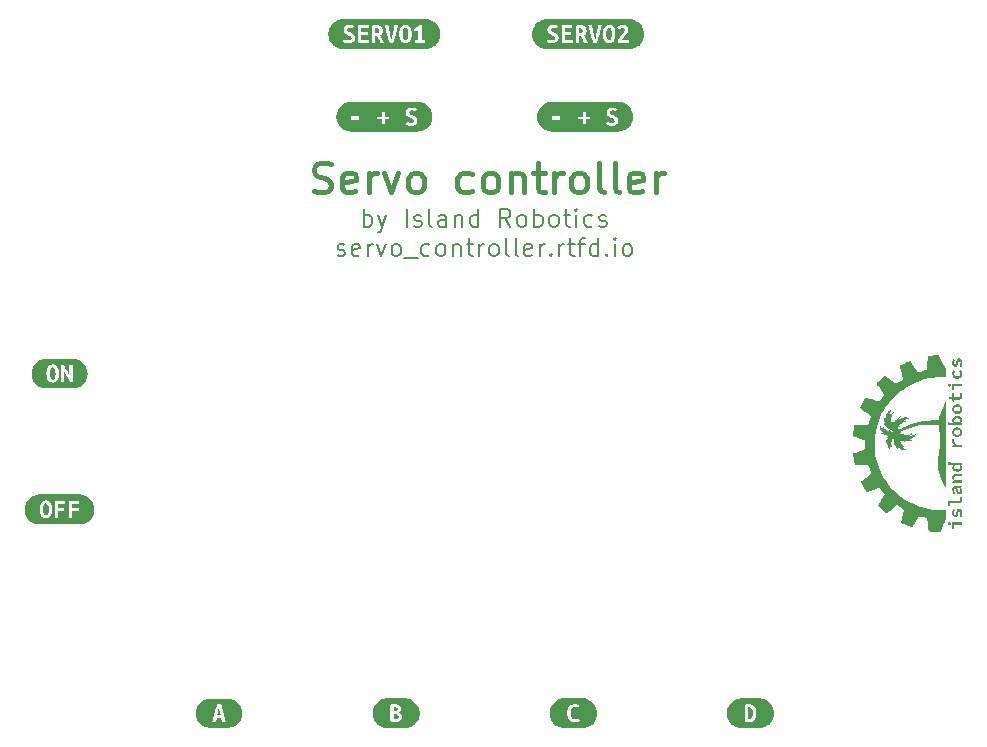
<source format=gbr>
%TF.GenerationSoftware,KiCad,Pcbnew,7.0.8*%
%TF.CreationDate,2024-05-31T18:18:10-04:00*%
%TF.ProjectId,topboard,746f7062-6f61-4726-942e-6b696361645f,rev?*%
%TF.SameCoordinates,Original*%
%TF.FileFunction,Legend,Top*%
%TF.FilePolarity,Positive*%
%FSLAX46Y46*%
G04 Gerber Fmt 4.6, Leading zero omitted, Abs format (unit mm)*
G04 Created by KiCad (PCBNEW 7.0.8) date 2024-05-31 18:18:10*
%MOMM*%
%LPD*%
G01*
G04 APERTURE LIST*
%ADD10C,0.200000*%
%ADD11C,0.400000*%
%ADD12C,3.200000*%
G04 APERTURE END LIST*
D10*
X129749999Y-76806028D02*
X129749999Y-75306028D01*
X129749999Y-75877457D02*
X129892857Y-75806028D01*
X129892857Y-75806028D02*
X130178571Y-75806028D01*
X130178571Y-75806028D02*
X130321428Y-75877457D01*
X130321428Y-75877457D02*
X130392857Y-75948885D01*
X130392857Y-75948885D02*
X130464285Y-76091742D01*
X130464285Y-76091742D02*
X130464285Y-76520314D01*
X130464285Y-76520314D02*
X130392857Y-76663171D01*
X130392857Y-76663171D02*
X130321428Y-76734600D01*
X130321428Y-76734600D02*
X130178571Y-76806028D01*
X130178571Y-76806028D02*
X129892857Y-76806028D01*
X129892857Y-76806028D02*
X129749999Y-76734600D01*
X130964285Y-75806028D02*
X131321428Y-76806028D01*
X131678571Y-75806028D02*
X131321428Y-76806028D01*
X131321428Y-76806028D02*
X131178571Y-77163171D01*
X131178571Y-77163171D02*
X131107142Y-77234600D01*
X131107142Y-77234600D02*
X130964285Y-77306028D01*
X133392856Y-76806028D02*
X133392856Y-75306028D01*
X134035714Y-76734600D02*
X134178571Y-76806028D01*
X134178571Y-76806028D02*
X134464285Y-76806028D01*
X134464285Y-76806028D02*
X134607142Y-76734600D01*
X134607142Y-76734600D02*
X134678571Y-76591742D01*
X134678571Y-76591742D02*
X134678571Y-76520314D01*
X134678571Y-76520314D02*
X134607142Y-76377457D01*
X134607142Y-76377457D02*
X134464285Y-76306028D01*
X134464285Y-76306028D02*
X134250000Y-76306028D01*
X134250000Y-76306028D02*
X134107142Y-76234600D01*
X134107142Y-76234600D02*
X134035714Y-76091742D01*
X134035714Y-76091742D02*
X134035714Y-76020314D01*
X134035714Y-76020314D02*
X134107142Y-75877457D01*
X134107142Y-75877457D02*
X134250000Y-75806028D01*
X134250000Y-75806028D02*
X134464285Y-75806028D01*
X134464285Y-75806028D02*
X134607142Y-75877457D01*
X135535714Y-76806028D02*
X135392857Y-76734600D01*
X135392857Y-76734600D02*
X135321428Y-76591742D01*
X135321428Y-76591742D02*
X135321428Y-75306028D01*
X136750000Y-76806028D02*
X136750000Y-76020314D01*
X136750000Y-76020314D02*
X136678571Y-75877457D01*
X136678571Y-75877457D02*
X136535714Y-75806028D01*
X136535714Y-75806028D02*
X136250000Y-75806028D01*
X136250000Y-75806028D02*
X136107142Y-75877457D01*
X136750000Y-76734600D02*
X136607142Y-76806028D01*
X136607142Y-76806028D02*
X136250000Y-76806028D01*
X136250000Y-76806028D02*
X136107142Y-76734600D01*
X136107142Y-76734600D02*
X136035714Y-76591742D01*
X136035714Y-76591742D02*
X136035714Y-76448885D01*
X136035714Y-76448885D02*
X136107142Y-76306028D01*
X136107142Y-76306028D02*
X136250000Y-76234600D01*
X136250000Y-76234600D02*
X136607142Y-76234600D01*
X136607142Y-76234600D02*
X136750000Y-76163171D01*
X137464285Y-75806028D02*
X137464285Y-76806028D01*
X137464285Y-75948885D02*
X137535714Y-75877457D01*
X137535714Y-75877457D02*
X137678571Y-75806028D01*
X137678571Y-75806028D02*
X137892857Y-75806028D01*
X137892857Y-75806028D02*
X138035714Y-75877457D01*
X138035714Y-75877457D02*
X138107143Y-76020314D01*
X138107143Y-76020314D02*
X138107143Y-76806028D01*
X139464286Y-76806028D02*
X139464286Y-75306028D01*
X139464286Y-76734600D02*
X139321428Y-76806028D01*
X139321428Y-76806028D02*
X139035714Y-76806028D01*
X139035714Y-76806028D02*
X138892857Y-76734600D01*
X138892857Y-76734600D02*
X138821428Y-76663171D01*
X138821428Y-76663171D02*
X138750000Y-76520314D01*
X138750000Y-76520314D02*
X138750000Y-76091742D01*
X138750000Y-76091742D02*
X138821428Y-75948885D01*
X138821428Y-75948885D02*
X138892857Y-75877457D01*
X138892857Y-75877457D02*
X139035714Y-75806028D01*
X139035714Y-75806028D02*
X139321428Y-75806028D01*
X139321428Y-75806028D02*
X139464286Y-75877457D01*
X142178571Y-76806028D02*
X141678571Y-76091742D01*
X141321428Y-76806028D02*
X141321428Y-75306028D01*
X141321428Y-75306028D02*
X141892857Y-75306028D01*
X141892857Y-75306028D02*
X142035714Y-75377457D01*
X142035714Y-75377457D02*
X142107143Y-75448885D01*
X142107143Y-75448885D02*
X142178571Y-75591742D01*
X142178571Y-75591742D02*
X142178571Y-75806028D01*
X142178571Y-75806028D02*
X142107143Y-75948885D01*
X142107143Y-75948885D02*
X142035714Y-76020314D01*
X142035714Y-76020314D02*
X141892857Y-76091742D01*
X141892857Y-76091742D02*
X141321428Y-76091742D01*
X143035714Y-76806028D02*
X142892857Y-76734600D01*
X142892857Y-76734600D02*
X142821428Y-76663171D01*
X142821428Y-76663171D02*
X142750000Y-76520314D01*
X142750000Y-76520314D02*
X142750000Y-76091742D01*
X142750000Y-76091742D02*
X142821428Y-75948885D01*
X142821428Y-75948885D02*
X142892857Y-75877457D01*
X142892857Y-75877457D02*
X143035714Y-75806028D01*
X143035714Y-75806028D02*
X143250000Y-75806028D01*
X143250000Y-75806028D02*
X143392857Y-75877457D01*
X143392857Y-75877457D02*
X143464286Y-75948885D01*
X143464286Y-75948885D02*
X143535714Y-76091742D01*
X143535714Y-76091742D02*
X143535714Y-76520314D01*
X143535714Y-76520314D02*
X143464286Y-76663171D01*
X143464286Y-76663171D02*
X143392857Y-76734600D01*
X143392857Y-76734600D02*
X143250000Y-76806028D01*
X143250000Y-76806028D02*
X143035714Y-76806028D01*
X144178571Y-76806028D02*
X144178571Y-75306028D01*
X144178571Y-75877457D02*
X144321429Y-75806028D01*
X144321429Y-75806028D02*
X144607143Y-75806028D01*
X144607143Y-75806028D02*
X144750000Y-75877457D01*
X144750000Y-75877457D02*
X144821429Y-75948885D01*
X144821429Y-75948885D02*
X144892857Y-76091742D01*
X144892857Y-76091742D02*
X144892857Y-76520314D01*
X144892857Y-76520314D02*
X144821429Y-76663171D01*
X144821429Y-76663171D02*
X144750000Y-76734600D01*
X144750000Y-76734600D02*
X144607143Y-76806028D01*
X144607143Y-76806028D02*
X144321429Y-76806028D01*
X144321429Y-76806028D02*
X144178571Y-76734600D01*
X145750000Y-76806028D02*
X145607143Y-76734600D01*
X145607143Y-76734600D02*
X145535714Y-76663171D01*
X145535714Y-76663171D02*
X145464286Y-76520314D01*
X145464286Y-76520314D02*
X145464286Y-76091742D01*
X145464286Y-76091742D02*
X145535714Y-75948885D01*
X145535714Y-75948885D02*
X145607143Y-75877457D01*
X145607143Y-75877457D02*
X145750000Y-75806028D01*
X145750000Y-75806028D02*
X145964286Y-75806028D01*
X145964286Y-75806028D02*
X146107143Y-75877457D01*
X146107143Y-75877457D02*
X146178572Y-75948885D01*
X146178572Y-75948885D02*
X146250000Y-76091742D01*
X146250000Y-76091742D02*
X146250000Y-76520314D01*
X146250000Y-76520314D02*
X146178572Y-76663171D01*
X146178572Y-76663171D02*
X146107143Y-76734600D01*
X146107143Y-76734600D02*
X145964286Y-76806028D01*
X145964286Y-76806028D02*
X145750000Y-76806028D01*
X146678572Y-75806028D02*
X147250000Y-75806028D01*
X146892857Y-75306028D02*
X146892857Y-76591742D01*
X146892857Y-76591742D02*
X146964286Y-76734600D01*
X146964286Y-76734600D02*
X147107143Y-76806028D01*
X147107143Y-76806028D02*
X147250000Y-76806028D01*
X147750000Y-76806028D02*
X147750000Y-75806028D01*
X147750000Y-75306028D02*
X147678572Y-75377457D01*
X147678572Y-75377457D02*
X147750000Y-75448885D01*
X147750000Y-75448885D02*
X147821429Y-75377457D01*
X147821429Y-75377457D02*
X147750000Y-75306028D01*
X147750000Y-75306028D02*
X147750000Y-75448885D01*
X149107144Y-76734600D02*
X148964286Y-76806028D01*
X148964286Y-76806028D02*
X148678572Y-76806028D01*
X148678572Y-76806028D02*
X148535715Y-76734600D01*
X148535715Y-76734600D02*
X148464286Y-76663171D01*
X148464286Y-76663171D02*
X148392858Y-76520314D01*
X148392858Y-76520314D02*
X148392858Y-76091742D01*
X148392858Y-76091742D02*
X148464286Y-75948885D01*
X148464286Y-75948885D02*
X148535715Y-75877457D01*
X148535715Y-75877457D02*
X148678572Y-75806028D01*
X148678572Y-75806028D02*
X148964286Y-75806028D01*
X148964286Y-75806028D02*
X149107144Y-75877457D01*
X149678572Y-76734600D02*
X149821429Y-76806028D01*
X149821429Y-76806028D02*
X150107143Y-76806028D01*
X150107143Y-76806028D02*
X150250000Y-76734600D01*
X150250000Y-76734600D02*
X150321429Y-76591742D01*
X150321429Y-76591742D02*
X150321429Y-76520314D01*
X150321429Y-76520314D02*
X150250000Y-76377457D01*
X150250000Y-76377457D02*
X150107143Y-76306028D01*
X150107143Y-76306028D02*
X149892858Y-76306028D01*
X149892858Y-76306028D02*
X149750000Y-76234600D01*
X149750000Y-76234600D02*
X149678572Y-76091742D01*
X149678572Y-76091742D02*
X149678572Y-76020314D01*
X149678572Y-76020314D02*
X149750000Y-75877457D01*
X149750000Y-75877457D02*
X149892858Y-75806028D01*
X149892858Y-75806028D02*
X150107143Y-75806028D01*
X150107143Y-75806028D02*
X150250000Y-75877457D01*
D11*
X125547619Y-73804200D02*
X125904762Y-73923247D01*
X125904762Y-73923247D02*
X126500000Y-73923247D01*
X126500000Y-73923247D02*
X126738095Y-73804200D01*
X126738095Y-73804200D02*
X126857143Y-73685152D01*
X126857143Y-73685152D02*
X126976190Y-73447057D01*
X126976190Y-73447057D02*
X126976190Y-73208961D01*
X126976190Y-73208961D02*
X126857143Y-72970866D01*
X126857143Y-72970866D02*
X126738095Y-72851819D01*
X126738095Y-72851819D02*
X126500000Y-72732771D01*
X126500000Y-72732771D02*
X126023809Y-72613723D01*
X126023809Y-72613723D02*
X125785714Y-72494676D01*
X125785714Y-72494676D02*
X125666667Y-72375628D01*
X125666667Y-72375628D02*
X125547619Y-72137533D01*
X125547619Y-72137533D02*
X125547619Y-71899438D01*
X125547619Y-71899438D02*
X125666667Y-71661342D01*
X125666667Y-71661342D02*
X125785714Y-71542295D01*
X125785714Y-71542295D02*
X126023809Y-71423247D01*
X126023809Y-71423247D02*
X126619048Y-71423247D01*
X126619048Y-71423247D02*
X126976190Y-71542295D01*
X129000000Y-73804200D02*
X128761904Y-73923247D01*
X128761904Y-73923247D02*
X128285714Y-73923247D01*
X128285714Y-73923247D02*
X128047619Y-73804200D01*
X128047619Y-73804200D02*
X127928571Y-73566104D01*
X127928571Y-73566104D02*
X127928571Y-72613723D01*
X127928571Y-72613723D02*
X128047619Y-72375628D01*
X128047619Y-72375628D02*
X128285714Y-72256580D01*
X128285714Y-72256580D02*
X128761904Y-72256580D01*
X128761904Y-72256580D02*
X129000000Y-72375628D01*
X129000000Y-72375628D02*
X129119047Y-72613723D01*
X129119047Y-72613723D02*
X129119047Y-72851819D01*
X129119047Y-72851819D02*
X127928571Y-73089914D01*
X130190476Y-73923247D02*
X130190476Y-72256580D01*
X130190476Y-72732771D02*
X130309523Y-72494676D01*
X130309523Y-72494676D02*
X130428571Y-72375628D01*
X130428571Y-72375628D02*
X130666666Y-72256580D01*
X130666666Y-72256580D02*
X130904761Y-72256580D01*
X131499999Y-72256580D02*
X132095237Y-73923247D01*
X132095237Y-73923247D02*
X132690476Y-72256580D01*
X133999999Y-73923247D02*
X133761904Y-73804200D01*
X133761904Y-73804200D02*
X133642857Y-73685152D01*
X133642857Y-73685152D02*
X133523809Y-73447057D01*
X133523809Y-73447057D02*
X133523809Y-72732771D01*
X133523809Y-72732771D02*
X133642857Y-72494676D01*
X133642857Y-72494676D02*
X133761904Y-72375628D01*
X133761904Y-72375628D02*
X133999999Y-72256580D01*
X133999999Y-72256580D02*
X134357142Y-72256580D01*
X134357142Y-72256580D02*
X134595238Y-72375628D01*
X134595238Y-72375628D02*
X134714285Y-72494676D01*
X134714285Y-72494676D02*
X134833333Y-72732771D01*
X134833333Y-72732771D02*
X134833333Y-73447057D01*
X134833333Y-73447057D02*
X134714285Y-73685152D01*
X134714285Y-73685152D02*
X134595238Y-73804200D01*
X134595238Y-73804200D02*
X134357142Y-73923247D01*
X134357142Y-73923247D02*
X133999999Y-73923247D01*
X138880952Y-73804200D02*
X138642857Y-73923247D01*
X138642857Y-73923247D02*
X138166666Y-73923247D01*
X138166666Y-73923247D02*
X137928571Y-73804200D01*
X137928571Y-73804200D02*
X137809524Y-73685152D01*
X137809524Y-73685152D02*
X137690476Y-73447057D01*
X137690476Y-73447057D02*
X137690476Y-72732771D01*
X137690476Y-72732771D02*
X137809524Y-72494676D01*
X137809524Y-72494676D02*
X137928571Y-72375628D01*
X137928571Y-72375628D02*
X138166666Y-72256580D01*
X138166666Y-72256580D02*
X138642857Y-72256580D01*
X138642857Y-72256580D02*
X138880952Y-72375628D01*
X140309523Y-73923247D02*
X140071428Y-73804200D01*
X140071428Y-73804200D02*
X139952381Y-73685152D01*
X139952381Y-73685152D02*
X139833333Y-73447057D01*
X139833333Y-73447057D02*
X139833333Y-72732771D01*
X139833333Y-72732771D02*
X139952381Y-72494676D01*
X139952381Y-72494676D02*
X140071428Y-72375628D01*
X140071428Y-72375628D02*
X140309523Y-72256580D01*
X140309523Y-72256580D02*
X140666666Y-72256580D01*
X140666666Y-72256580D02*
X140904762Y-72375628D01*
X140904762Y-72375628D02*
X141023809Y-72494676D01*
X141023809Y-72494676D02*
X141142857Y-72732771D01*
X141142857Y-72732771D02*
X141142857Y-73447057D01*
X141142857Y-73447057D02*
X141023809Y-73685152D01*
X141023809Y-73685152D02*
X140904762Y-73804200D01*
X140904762Y-73804200D02*
X140666666Y-73923247D01*
X140666666Y-73923247D02*
X140309523Y-73923247D01*
X142214286Y-72256580D02*
X142214286Y-73923247D01*
X142214286Y-72494676D02*
X142333333Y-72375628D01*
X142333333Y-72375628D02*
X142571428Y-72256580D01*
X142571428Y-72256580D02*
X142928571Y-72256580D01*
X142928571Y-72256580D02*
X143166667Y-72375628D01*
X143166667Y-72375628D02*
X143285714Y-72613723D01*
X143285714Y-72613723D02*
X143285714Y-73923247D01*
X144119048Y-72256580D02*
X145071429Y-72256580D01*
X144476191Y-71423247D02*
X144476191Y-73566104D01*
X144476191Y-73566104D02*
X144595238Y-73804200D01*
X144595238Y-73804200D02*
X144833333Y-73923247D01*
X144833333Y-73923247D02*
X145071429Y-73923247D01*
X145904762Y-73923247D02*
X145904762Y-72256580D01*
X145904762Y-72732771D02*
X146023809Y-72494676D01*
X146023809Y-72494676D02*
X146142857Y-72375628D01*
X146142857Y-72375628D02*
X146380952Y-72256580D01*
X146380952Y-72256580D02*
X146619047Y-72256580D01*
X147809523Y-73923247D02*
X147571428Y-73804200D01*
X147571428Y-73804200D02*
X147452381Y-73685152D01*
X147452381Y-73685152D02*
X147333333Y-73447057D01*
X147333333Y-73447057D02*
X147333333Y-72732771D01*
X147333333Y-72732771D02*
X147452381Y-72494676D01*
X147452381Y-72494676D02*
X147571428Y-72375628D01*
X147571428Y-72375628D02*
X147809523Y-72256580D01*
X147809523Y-72256580D02*
X148166666Y-72256580D01*
X148166666Y-72256580D02*
X148404762Y-72375628D01*
X148404762Y-72375628D02*
X148523809Y-72494676D01*
X148523809Y-72494676D02*
X148642857Y-72732771D01*
X148642857Y-72732771D02*
X148642857Y-73447057D01*
X148642857Y-73447057D02*
X148523809Y-73685152D01*
X148523809Y-73685152D02*
X148404762Y-73804200D01*
X148404762Y-73804200D02*
X148166666Y-73923247D01*
X148166666Y-73923247D02*
X147809523Y-73923247D01*
X150071428Y-73923247D02*
X149833333Y-73804200D01*
X149833333Y-73804200D02*
X149714286Y-73566104D01*
X149714286Y-73566104D02*
X149714286Y-71423247D01*
X151380952Y-73923247D02*
X151142857Y-73804200D01*
X151142857Y-73804200D02*
X151023810Y-73566104D01*
X151023810Y-73566104D02*
X151023810Y-71423247D01*
X153285715Y-73804200D02*
X153047619Y-73923247D01*
X153047619Y-73923247D02*
X152571429Y-73923247D01*
X152571429Y-73923247D02*
X152333334Y-73804200D01*
X152333334Y-73804200D02*
X152214286Y-73566104D01*
X152214286Y-73566104D02*
X152214286Y-72613723D01*
X152214286Y-72613723D02*
X152333334Y-72375628D01*
X152333334Y-72375628D02*
X152571429Y-72256580D01*
X152571429Y-72256580D02*
X153047619Y-72256580D01*
X153047619Y-72256580D02*
X153285715Y-72375628D01*
X153285715Y-72375628D02*
X153404762Y-72613723D01*
X153404762Y-72613723D02*
X153404762Y-72851819D01*
X153404762Y-72851819D02*
X152214286Y-73089914D01*
X154476191Y-73923247D02*
X154476191Y-72256580D01*
X154476191Y-72732771D02*
X154595238Y-72494676D01*
X154595238Y-72494676D02*
X154714286Y-72375628D01*
X154714286Y-72375628D02*
X154952381Y-72256580D01*
X154952381Y-72256580D02*
X155190476Y-72256580D01*
D10*
X127535715Y-79234600D02*
X127678572Y-79306028D01*
X127678572Y-79306028D02*
X127964286Y-79306028D01*
X127964286Y-79306028D02*
X128107143Y-79234600D01*
X128107143Y-79234600D02*
X128178572Y-79091742D01*
X128178572Y-79091742D02*
X128178572Y-79020314D01*
X128178572Y-79020314D02*
X128107143Y-78877457D01*
X128107143Y-78877457D02*
X127964286Y-78806028D01*
X127964286Y-78806028D02*
X127750001Y-78806028D01*
X127750001Y-78806028D02*
X127607143Y-78734600D01*
X127607143Y-78734600D02*
X127535715Y-78591742D01*
X127535715Y-78591742D02*
X127535715Y-78520314D01*
X127535715Y-78520314D02*
X127607143Y-78377457D01*
X127607143Y-78377457D02*
X127750001Y-78306028D01*
X127750001Y-78306028D02*
X127964286Y-78306028D01*
X127964286Y-78306028D02*
X128107143Y-78377457D01*
X129392858Y-79234600D02*
X129250001Y-79306028D01*
X129250001Y-79306028D02*
X128964287Y-79306028D01*
X128964287Y-79306028D02*
X128821429Y-79234600D01*
X128821429Y-79234600D02*
X128750001Y-79091742D01*
X128750001Y-79091742D02*
X128750001Y-78520314D01*
X128750001Y-78520314D02*
X128821429Y-78377457D01*
X128821429Y-78377457D02*
X128964287Y-78306028D01*
X128964287Y-78306028D02*
X129250001Y-78306028D01*
X129250001Y-78306028D02*
X129392858Y-78377457D01*
X129392858Y-78377457D02*
X129464287Y-78520314D01*
X129464287Y-78520314D02*
X129464287Y-78663171D01*
X129464287Y-78663171D02*
X128750001Y-78806028D01*
X130107143Y-79306028D02*
X130107143Y-78306028D01*
X130107143Y-78591742D02*
X130178572Y-78448885D01*
X130178572Y-78448885D02*
X130250001Y-78377457D01*
X130250001Y-78377457D02*
X130392858Y-78306028D01*
X130392858Y-78306028D02*
X130535715Y-78306028D01*
X130892857Y-78306028D02*
X131250000Y-79306028D01*
X131250000Y-79306028D02*
X131607143Y-78306028D01*
X132392857Y-79306028D02*
X132250000Y-79234600D01*
X132250000Y-79234600D02*
X132178571Y-79163171D01*
X132178571Y-79163171D02*
X132107143Y-79020314D01*
X132107143Y-79020314D02*
X132107143Y-78591742D01*
X132107143Y-78591742D02*
X132178571Y-78448885D01*
X132178571Y-78448885D02*
X132250000Y-78377457D01*
X132250000Y-78377457D02*
X132392857Y-78306028D01*
X132392857Y-78306028D02*
X132607143Y-78306028D01*
X132607143Y-78306028D02*
X132750000Y-78377457D01*
X132750000Y-78377457D02*
X132821429Y-78448885D01*
X132821429Y-78448885D02*
X132892857Y-78591742D01*
X132892857Y-78591742D02*
X132892857Y-79020314D01*
X132892857Y-79020314D02*
X132821429Y-79163171D01*
X132821429Y-79163171D02*
X132750000Y-79234600D01*
X132750000Y-79234600D02*
X132607143Y-79306028D01*
X132607143Y-79306028D02*
X132392857Y-79306028D01*
X133178572Y-79448885D02*
X134321429Y-79448885D01*
X135321429Y-79234600D02*
X135178571Y-79306028D01*
X135178571Y-79306028D02*
X134892857Y-79306028D01*
X134892857Y-79306028D02*
X134750000Y-79234600D01*
X134750000Y-79234600D02*
X134678571Y-79163171D01*
X134678571Y-79163171D02*
X134607143Y-79020314D01*
X134607143Y-79020314D02*
X134607143Y-78591742D01*
X134607143Y-78591742D02*
X134678571Y-78448885D01*
X134678571Y-78448885D02*
X134750000Y-78377457D01*
X134750000Y-78377457D02*
X134892857Y-78306028D01*
X134892857Y-78306028D02*
X135178571Y-78306028D01*
X135178571Y-78306028D02*
X135321429Y-78377457D01*
X136178571Y-79306028D02*
X136035714Y-79234600D01*
X136035714Y-79234600D02*
X135964285Y-79163171D01*
X135964285Y-79163171D02*
X135892857Y-79020314D01*
X135892857Y-79020314D02*
X135892857Y-78591742D01*
X135892857Y-78591742D02*
X135964285Y-78448885D01*
X135964285Y-78448885D02*
X136035714Y-78377457D01*
X136035714Y-78377457D02*
X136178571Y-78306028D01*
X136178571Y-78306028D02*
X136392857Y-78306028D01*
X136392857Y-78306028D02*
X136535714Y-78377457D01*
X136535714Y-78377457D02*
X136607143Y-78448885D01*
X136607143Y-78448885D02*
X136678571Y-78591742D01*
X136678571Y-78591742D02*
X136678571Y-79020314D01*
X136678571Y-79020314D02*
X136607143Y-79163171D01*
X136607143Y-79163171D02*
X136535714Y-79234600D01*
X136535714Y-79234600D02*
X136392857Y-79306028D01*
X136392857Y-79306028D02*
X136178571Y-79306028D01*
X137321428Y-78306028D02*
X137321428Y-79306028D01*
X137321428Y-78448885D02*
X137392857Y-78377457D01*
X137392857Y-78377457D02*
X137535714Y-78306028D01*
X137535714Y-78306028D02*
X137750000Y-78306028D01*
X137750000Y-78306028D02*
X137892857Y-78377457D01*
X137892857Y-78377457D02*
X137964286Y-78520314D01*
X137964286Y-78520314D02*
X137964286Y-79306028D01*
X138464286Y-78306028D02*
X139035714Y-78306028D01*
X138678571Y-77806028D02*
X138678571Y-79091742D01*
X138678571Y-79091742D02*
X138750000Y-79234600D01*
X138750000Y-79234600D02*
X138892857Y-79306028D01*
X138892857Y-79306028D02*
X139035714Y-79306028D01*
X139535714Y-79306028D02*
X139535714Y-78306028D01*
X139535714Y-78591742D02*
X139607143Y-78448885D01*
X139607143Y-78448885D02*
X139678572Y-78377457D01*
X139678572Y-78377457D02*
X139821429Y-78306028D01*
X139821429Y-78306028D02*
X139964286Y-78306028D01*
X140678571Y-79306028D02*
X140535714Y-79234600D01*
X140535714Y-79234600D02*
X140464285Y-79163171D01*
X140464285Y-79163171D02*
X140392857Y-79020314D01*
X140392857Y-79020314D02*
X140392857Y-78591742D01*
X140392857Y-78591742D02*
X140464285Y-78448885D01*
X140464285Y-78448885D02*
X140535714Y-78377457D01*
X140535714Y-78377457D02*
X140678571Y-78306028D01*
X140678571Y-78306028D02*
X140892857Y-78306028D01*
X140892857Y-78306028D02*
X141035714Y-78377457D01*
X141035714Y-78377457D02*
X141107143Y-78448885D01*
X141107143Y-78448885D02*
X141178571Y-78591742D01*
X141178571Y-78591742D02*
X141178571Y-79020314D01*
X141178571Y-79020314D02*
X141107143Y-79163171D01*
X141107143Y-79163171D02*
X141035714Y-79234600D01*
X141035714Y-79234600D02*
X140892857Y-79306028D01*
X140892857Y-79306028D02*
X140678571Y-79306028D01*
X142035714Y-79306028D02*
X141892857Y-79234600D01*
X141892857Y-79234600D02*
X141821428Y-79091742D01*
X141821428Y-79091742D02*
X141821428Y-77806028D01*
X142821428Y-79306028D02*
X142678571Y-79234600D01*
X142678571Y-79234600D02*
X142607142Y-79091742D01*
X142607142Y-79091742D02*
X142607142Y-77806028D01*
X143964285Y-79234600D02*
X143821428Y-79306028D01*
X143821428Y-79306028D02*
X143535714Y-79306028D01*
X143535714Y-79306028D02*
X143392856Y-79234600D01*
X143392856Y-79234600D02*
X143321428Y-79091742D01*
X143321428Y-79091742D02*
X143321428Y-78520314D01*
X143321428Y-78520314D02*
X143392856Y-78377457D01*
X143392856Y-78377457D02*
X143535714Y-78306028D01*
X143535714Y-78306028D02*
X143821428Y-78306028D01*
X143821428Y-78306028D02*
X143964285Y-78377457D01*
X143964285Y-78377457D02*
X144035714Y-78520314D01*
X144035714Y-78520314D02*
X144035714Y-78663171D01*
X144035714Y-78663171D02*
X143321428Y-78806028D01*
X144678570Y-79306028D02*
X144678570Y-78306028D01*
X144678570Y-78591742D02*
X144749999Y-78448885D01*
X144749999Y-78448885D02*
X144821428Y-78377457D01*
X144821428Y-78377457D02*
X144964285Y-78306028D01*
X144964285Y-78306028D02*
X145107142Y-78306028D01*
X145607141Y-79163171D02*
X145678570Y-79234600D01*
X145678570Y-79234600D02*
X145607141Y-79306028D01*
X145607141Y-79306028D02*
X145535713Y-79234600D01*
X145535713Y-79234600D02*
X145607141Y-79163171D01*
X145607141Y-79163171D02*
X145607141Y-79306028D01*
X146321427Y-79306028D02*
X146321427Y-78306028D01*
X146321427Y-78591742D02*
X146392856Y-78448885D01*
X146392856Y-78448885D02*
X146464285Y-78377457D01*
X146464285Y-78377457D02*
X146607142Y-78306028D01*
X146607142Y-78306028D02*
X146749999Y-78306028D01*
X147035713Y-78306028D02*
X147607141Y-78306028D01*
X147249998Y-77806028D02*
X147249998Y-79091742D01*
X147249998Y-79091742D02*
X147321427Y-79234600D01*
X147321427Y-79234600D02*
X147464284Y-79306028D01*
X147464284Y-79306028D02*
X147607141Y-79306028D01*
X147892856Y-78306028D02*
X148464284Y-78306028D01*
X148107141Y-79306028D02*
X148107141Y-78020314D01*
X148107141Y-78020314D02*
X148178570Y-77877457D01*
X148178570Y-77877457D02*
X148321427Y-77806028D01*
X148321427Y-77806028D02*
X148464284Y-77806028D01*
X149607142Y-79306028D02*
X149607142Y-77806028D01*
X149607142Y-79234600D02*
X149464284Y-79306028D01*
X149464284Y-79306028D02*
X149178570Y-79306028D01*
X149178570Y-79306028D02*
X149035713Y-79234600D01*
X149035713Y-79234600D02*
X148964284Y-79163171D01*
X148964284Y-79163171D02*
X148892856Y-79020314D01*
X148892856Y-79020314D02*
X148892856Y-78591742D01*
X148892856Y-78591742D02*
X148964284Y-78448885D01*
X148964284Y-78448885D02*
X149035713Y-78377457D01*
X149035713Y-78377457D02*
X149178570Y-78306028D01*
X149178570Y-78306028D02*
X149464284Y-78306028D01*
X149464284Y-78306028D02*
X149607142Y-78377457D01*
X150321427Y-79163171D02*
X150392856Y-79234600D01*
X150392856Y-79234600D02*
X150321427Y-79306028D01*
X150321427Y-79306028D02*
X150249999Y-79234600D01*
X150249999Y-79234600D02*
X150321427Y-79163171D01*
X150321427Y-79163171D02*
X150321427Y-79306028D01*
X151035713Y-79306028D02*
X151035713Y-78306028D01*
X151035713Y-77806028D02*
X150964285Y-77877457D01*
X150964285Y-77877457D02*
X151035713Y-77948885D01*
X151035713Y-77948885D02*
X151107142Y-77877457D01*
X151107142Y-77877457D02*
X151035713Y-77806028D01*
X151035713Y-77806028D02*
X151035713Y-77948885D01*
X151964285Y-79306028D02*
X151821428Y-79234600D01*
X151821428Y-79234600D02*
X151749999Y-79163171D01*
X151749999Y-79163171D02*
X151678571Y-79020314D01*
X151678571Y-79020314D02*
X151678571Y-78591742D01*
X151678571Y-78591742D02*
X151749999Y-78448885D01*
X151749999Y-78448885D02*
X151821428Y-78377457D01*
X151821428Y-78377457D02*
X151964285Y-78306028D01*
X151964285Y-78306028D02*
X152178571Y-78306028D01*
X152178571Y-78306028D02*
X152321428Y-78377457D01*
X152321428Y-78377457D02*
X152392857Y-78448885D01*
X152392857Y-78448885D02*
X152464285Y-78591742D01*
X152464285Y-78591742D02*
X152464285Y-79020314D01*
X152464285Y-79020314D02*
X152392857Y-79163171D01*
X152392857Y-79163171D02*
X152321428Y-79234600D01*
X152321428Y-79234600D02*
X152178571Y-79306028D01*
X152178571Y-79306028D02*
X151964285Y-79306028D01*
%TO.C,kibuzzard-6642DB3A*%
G36*
X148171952Y-60016011D02*
G01*
X148254700Y-60057087D01*
X148308278Y-60127334D01*
X148326138Y-60228537D01*
X148259463Y-60394034D01*
X148171952Y-60437790D01*
X148042769Y-60452375D01*
X147978475Y-60452375D01*
X147978475Y-60009462D01*
X148026100Y-60003509D01*
X148066581Y-60002319D01*
X148171952Y-60016011D01*
G37*
G36*
X150655000Y-60026131D02*
G01*
X150725247Y-60135669D01*
X150758584Y-60298784D01*
X150764835Y-60396118D01*
X150766919Y-60500000D01*
X150764835Y-60603584D01*
X150758584Y-60700025D01*
X150725247Y-60863141D01*
X150653809Y-60973869D01*
X150533556Y-61014350D01*
X150412113Y-60973869D01*
X150341866Y-60864331D01*
X150308528Y-60701216D01*
X150302277Y-60603882D01*
X150300194Y-60500000D01*
X150302277Y-60396416D01*
X150308528Y-60299975D01*
X150341866Y-60136859D01*
X150412113Y-60026131D01*
X150533556Y-59985650D01*
X150655000Y-60026131D01*
G37*
G36*
X152353220Y-59240855D02*
G01*
X152476040Y-59259074D01*
X152596484Y-59289243D01*
X152713390Y-59331073D01*
X152825634Y-59384160D01*
X152932133Y-59447993D01*
X153031863Y-59521958D01*
X153123863Y-59605342D01*
X153207247Y-59697342D01*
X153281211Y-59797072D01*
X153345045Y-59903571D01*
X153398132Y-60015815D01*
X153439961Y-60132721D01*
X153470131Y-60253164D01*
X153488350Y-60375985D01*
X153494442Y-60500000D01*
X153488350Y-60624015D01*
X153470131Y-60746836D01*
X153439961Y-60867279D01*
X153398132Y-60984185D01*
X153345045Y-61096429D01*
X153281211Y-61202928D01*
X153207247Y-61302658D01*
X153123863Y-61394658D01*
X153031863Y-61478042D01*
X152932133Y-61552007D01*
X152825634Y-61615840D01*
X152713390Y-61668927D01*
X152596484Y-61710757D01*
X152476040Y-61740926D01*
X152353220Y-61759145D01*
X152229205Y-61765237D01*
X152229006Y-61765237D01*
X150535938Y-61765237D01*
X149190531Y-61765237D01*
X148721425Y-61765237D01*
X146516388Y-61765237D01*
X145728194Y-61765237D01*
X145270994Y-61765237D01*
X145270795Y-61765237D01*
X145270795Y-61765238D01*
X145146780Y-61759145D01*
X145023960Y-61740926D01*
X144903516Y-61710757D01*
X144786610Y-61668927D01*
X144674366Y-61615840D01*
X144567867Y-61552007D01*
X144468137Y-61478042D01*
X144376137Y-61394658D01*
X144292753Y-61302658D01*
X144218789Y-61202928D01*
X144191395Y-61157225D01*
X145270994Y-61157225D01*
X145435300Y-61229853D01*
X145563292Y-61259321D01*
X145728194Y-61269144D01*
X145895278Y-61256576D01*
X146031406Y-61218873D01*
X146136578Y-61156034D01*
X146237484Y-61019410D01*
X146271119Y-60835756D01*
X146260998Y-60724730D01*
X146230638Y-60634541D01*
X146127053Y-60501191D01*
X145988941Y-60415466D01*
X145844875Y-60357125D01*
X145753197Y-60321406D01*
X145669853Y-60277353D01*
X145609131Y-60220203D01*
X145585319Y-60145194D01*
X145611248Y-60051267D01*
X145689035Y-59994910D01*
X145818681Y-59976125D01*
X145986559Y-59999937D01*
X146118719Y-60057087D01*
X146204444Y-59830869D01*
X146040057Y-59764194D01*
X146516388Y-59764194D01*
X146516388Y-61238187D01*
X147461744Y-61238187D01*
X147685581Y-61238187D01*
X147978475Y-61238187D01*
X147978475Y-60695262D01*
X148130875Y-60695262D01*
X148211540Y-60830101D01*
X148286847Y-60963153D01*
X148355010Y-61097991D01*
X148414244Y-61238187D01*
X148721425Y-61238187D01*
X148653559Y-61082216D01*
X148571406Y-60917909D01*
X148483300Y-60760747D01*
X148397575Y-60623825D01*
X148501755Y-60556555D01*
X148571406Y-60464281D01*
X148610697Y-60353553D01*
X148623794Y-60230919D01*
X148613971Y-60115130D01*
X148584503Y-60015416D01*
X148471394Y-59864206D01*
X148390431Y-59812414D01*
X148295181Y-59776100D01*
X148234989Y-59764194D01*
X148778575Y-59764194D01*
X148805959Y-59897544D01*
X148845250Y-60064231D01*
X148876735Y-60188982D01*
X148910867Y-60318760D01*
X148947644Y-60453566D01*
X148986538Y-60591017D01*
X149027019Y-60728732D01*
X149069088Y-60866712D01*
X149131595Y-61063166D01*
X149190531Y-61238187D01*
X149492950Y-61238187D01*
X149538458Y-61111320D01*
X149582908Y-60981542D01*
X149626300Y-60848853D01*
X149667972Y-60715503D01*
X149707263Y-60583741D01*
X149731006Y-60500000D01*
X150002538Y-60500000D01*
X150011095Y-60678817D01*
X150036768Y-60834268D01*
X150079556Y-60966353D01*
X150139459Y-61075072D01*
X150244367Y-61182890D01*
X150376526Y-61247580D01*
X150535938Y-61269144D01*
X150691513Y-61247580D01*
X150821688Y-61182890D01*
X150926463Y-61075072D01*
X150986887Y-60966353D01*
X151030047Y-60834268D01*
X151055943Y-60678817D01*
X151064575Y-60500000D01*
X151056092Y-60321183D01*
X151030642Y-60165732D01*
X150988226Y-60033647D01*
X150929495Y-59926119D01*
X151231263Y-59926119D01*
X151376519Y-60130906D01*
X151526538Y-60018987D01*
X151671794Y-59985650D01*
X151809906Y-60034466D01*
X151864675Y-60173769D01*
X151820622Y-60299975D01*
X151708703Y-60428562D01*
X151638456Y-60496726D01*
X151563447Y-60567866D01*
X151488438Y-60643470D01*
X151418191Y-60725028D01*
X151356278Y-60813432D01*
X151306272Y-60909575D01*
X151273232Y-61014350D01*
X151262219Y-61128650D01*
X151261028Y-61178656D01*
X151266981Y-61238187D01*
X152229006Y-61238187D01*
X152229006Y-60995300D01*
X151595594Y-60995300D01*
X151620597Y-60916719D01*
X151681319Y-60832184D01*
X151757519Y-60751222D01*
X151828956Y-60683356D01*
X151950400Y-60564294D01*
X152057556Y-60435706D01*
X152133756Y-60298784D01*
X152162331Y-60152337D01*
X152124231Y-59967791D01*
X152021838Y-59835631D01*
X151874200Y-59757050D01*
X151700369Y-59730856D01*
X151576246Y-59742762D01*
X151451528Y-59778481D01*
X151333954Y-59839203D01*
X151231263Y-59926119D01*
X150929495Y-59926119D01*
X150928844Y-59924928D01*
X150824598Y-59817110D01*
X150692835Y-59752420D01*
X150533556Y-59730856D01*
X150379040Y-59752420D01*
X150248865Y-59817110D01*
X150143031Y-59924928D01*
X150081565Y-60033647D01*
X150037661Y-60165732D01*
X150011318Y-60321183D01*
X150002538Y-60500000D01*
X149731006Y-60500000D01*
X149744172Y-60453566D01*
X149794773Y-60263959D01*
X149839422Y-60083281D01*
X149877820Y-59915403D01*
X149909669Y-59764194D01*
X149602488Y-59764194D01*
X149581056Y-59888019D01*
X149554863Y-60030894D01*
X149525097Y-60185377D01*
X149492950Y-60344028D01*
X149458422Y-60503572D01*
X149421513Y-60660734D01*
X149383413Y-60808074D01*
X149345313Y-60938150D01*
X149306915Y-60806288D01*
X149267922Y-60658353D01*
X149229822Y-60501191D01*
X149194103Y-60341647D01*
X149161063Y-60183294D01*
X149131000Y-60029703D01*
X149105997Y-59887721D01*
X149088138Y-59764194D01*
X148778575Y-59764194D01*
X148234989Y-59764194D01*
X148186834Y-59754669D01*
X148066581Y-59747525D01*
X147983238Y-59749906D01*
X147883225Y-59755859D01*
X147779641Y-59767766D01*
X147685581Y-59785625D01*
X147685581Y-61238187D01*
X147461744Y-61238187D01*
X147461744Y-60995300D01*
X146809281Y-60995300D01*
X146809281Y-60580962D01*
X147330775Y-60580962D01*
X147330775Y-60338075D01*
X146809281Y-60338075D01*
X146809281Y-60007081D01*
X147409356Y-60007081D01*
X147409356Y-59764194D01*
X146516388Y-59764194D01*
X146040057Y-59764194D01*
X146034184Y-59761812D01*
X145924349Y-59738595D01*
X145797250Y-59730856D01*
X145651332Y-59743821D01*
X145527904Y-59782715D01*
X145426966Y-59847537D01*
X145326060Y-59986841D01*
X145292425Y-60171387D01*
X145330525Y-60346409D01*
X145426966Y-60464281D01*
X145556744Y-60542862D01*
X145694856Y-60597631D01*
X145794869Y-60639303D01*
X145885356Y-60689309D01*
X145952031Y-60752412D01*
X145978225Y-60833375D01*
X145967509Y-60903622D01*
X145928219Y-60965534D01*
X145850828Y-61008397D01*
X145728194Y-61023875D01*
X145609429Y-61015541D01*
X145510309Y-60990537D01*
X145356719Y-60919100D01*
X145270994Y-61157225D01*
X144191395Y-61157225D01*
X144154955Y-61096429D01*
X144101868Y-60984185D01*
X144060039Y-60867279D01*
X144029869Y-60746836D01*
X144011650Y-60624015D01*
X144005558Y-60500000D01*
X144011650Y-60375985D01*
X144029869Y-60253164D01*
X144060039Y-60132721D01*
X144101868Y-60015815D01*
X144154955Y-59903571D01*
X144218789Y-59797072D01*
X144292753Y-59697342D01*
X144376137Y-59605342D01*
X144468137Y-59521958D01*
X144567867Y-59447993D01*
X144674366Y-59384160D01*
X144786610Y-59331073D01*
X144903516Y-59289243D01*
X145023960Y-59259074D01*
X145146780Y-59240855D01*
X145270795Y-59234762D01*
X145270994Y-59234762D01*
X152229006Y-59234762D01*
X152229205Y-59234762D01*
X152353220Y-59240855D01*
G37*
%TO.C,G\u002A\u002A\u002A*%
G36*
X180419515Y-102048614D02*
G01*
X179759584Y-102048614D01*
X179759584Y-102400577D01*
X179598267Y-102400577D01*
X179598267Y-101857967D01*
X180419515Y-101857967D01*
X180419515Y-102048614D01*
G37*
G36*
X179389662Y-90106583D02*
G01*
X179414552Y-90125489D01*
X179444542Y-90172034D01*
X179453630Y-90228736D01*
X179441762Y-90285121D01*
X179415620Y-90324511D01*
X179367389Y-90355551D01*
X179315762Y-90361869D01*
X179267248Y-90346350D01*
X179228358Y-90311878D01*
X179205604Y-90261337D01*
X179202309Y-90230006D01*
X179213770Y-90169404D01*
X179244186Y-90123830D01*
X179287607Y-90096216D01*
X179338083Y-90089490D01*
X179389662Y-90106583D01*
G37*
G36*
X180005225Y-90114635D02*
G01*
X180412182Y-90118533D01*
X180416468Y-90207126D01*
X180417146Y-90255802D01*
X180414548Y-90292084D01*
X180410358Y-90306115D01*
X180393253Y-90309157D01*
X180351204Y-90311848D01*
X180288597Y-90314049D01*
X180209816Y-90315624D01*
X180119249Y-90316433D01*
X180079772Y-90316512D01*
X179759584Y-90316512D01*
X179759584Y-90653810D01*
X179598267Y-90653810D01*
X179598267Y-90110737D01*
X180005225Y-90114635D01*
G37*
G36*
X179385196Y-101841038D02*
G01*
X179426726Y-101876218D01*
X179448770Y-101931140D01*
X179451616Y-101964733D01*
X179446452Y-102014623D01*
X179427572Y-102050042D01*
X179414552Y-102063656D01*
X179364710Y-102094069D01*
X179312926Y-102099165D01*
X179265153Y-102081871D01*
X179227339Y-102045120D01*
X179205436Y-101991842D01*
X179202309Y-101959139D01*
X179214436Y-101898433D01*
X179248186Y-101854407D01*
X179299614Y-101831194D01*
X179326963Y-101828637D01*
X179385196Y-101841038D01*
G37*
G36*
X180390977Y-99700277D02*
G01*
X180402232Y-99733098D01*
X180411614Y-99763516D01*
X180427774Y-99844431D01*
X180432175Y-99930554D01*
X180424443Y-100008359D01*
X180418951Y-100030629D01*
X180400212Y-100069722D01*
X180370627Y-100110760D01*
X180365217Y-100116760D01*
X180340473Y-100141806D01*
X180316068Y-100161785D01*
X180288421Y-100177320D01*
X180253947Y-100189035D01*
X180209064Y-100197555D01*
X180150187Y-100203504D01*
X180073734Y-100207506D01*
X179976121Y-100210185D01*
X179853764Y-100212166D01*
X179814578Y-100212681D01*
X179407621Y-100217890D01*
X179407621Y-100479445D01*
X179246304Y-100479445D01*
X179246304Y-100010161D01*
X180200871Y-100010161D01*
X180236867Y-99974165D01*
X180262765Y-99929978D01*
X180273840Y-99870151D01*
X180268978Y-99804974D01*
X180258983Y-99770252D01*
X180252890Y-99747671D01*
X180260191Y-99733008D01*
X180286592Y-99719958D01*
X180312924Y-99710637D01*
X180352987Y-99697250D01*
X180379437Y-99688908D01*
X180384896Y-99687528D01*
X180390977Y-99700277D01*
G37*
G36*
X179669874Y-94802824D02*
G01*
X179724190Y-94816908D01*
X179730254Y-94818516D01*
X179748809Y-94824923D01*
X179759349Y-94836351D01*
X179763636Y-94859509D01*
X179763434Y-94901111D01*
X179761842Y-94938794D01*
X179762878Y-95021757D01*
X179776888Y-95086796D01*
X179807118Y-95143657D01*
X179845582Y-95190263D01*
X179872370Y-95217263D01*
X179898529Y-95237096D01*
X179929233Y-95251055D01*
X179969656Y-95260435D01*
X180024971Y-95266530D01*
X180100352Y-95270636D01*
X180177540Y-95273325D01*
X180412182Y-95280658D01*
X180416518Y-95379647D01*
X180420855Y-95478637D01*
X179598267Y-95478637D01*
X179598267Y-95399689D01*
X179600710Y-95352736D01*
X179611844Y-95324035D01*
X179637382Y-95309130D01*
X179683036Y-95303565D01*
X179722370Y-95302856D01*
X179780479Y-95302655D01*
X179712133Y-95232996D01*
X179670304Y-95184634D01*
X179633116Y-95131919D01*
X179614017Y-95097344D01*
X179591624Y-95022236D01*
X179584363Y-94938013D01*
X179593008Y-94858812D01*
X179599676Y-94835634D01*
X179608330Y-94812334D01*
X179618527Y-94799674D01*
X179636847Y-94796792D01*
X179669874Y-94802824D01*
G37*
G36*
X180416518Y-97843389D02*
G01*
X180420855Y-97942378D01*
X180137881Y-97942595D01*
X180022672Y-97943485D01*
X179934671Y-97946039D01*
X179871797Y-97950380D01*
X179831966Y-97956629D01*
X179818244Y-97961355D01*
X179774655Y-97997958D01*
X179752590Y-98049270D01*
X179752149Y-98109966D01*
X179773433Y-98174722D01*
X179813105Y-98234268D01*
X179864525Y-98294341D01*
X180419515Y-98294341D01*
X180419515Y-98484988D01*
X179596735Y-98484988D01*
X179601167Y-98407996D01*
X179605600Y-98331004D01*
X179660594Y-98326453D01*
X179695956Y-98321641D01*
X179714689Y-98315419D01*
X179715588Y-98313905D01*
X179706989Y-98298719D01*
X179685495Y-98270472D01*
X179676658Y-98259796D01*
X179622211Y-98178049D01*
X179590882Y-98092500D01*
X179582248Y-98007628D01*
X179595882Y-97927912D01*
X179631361Y-97857831D01*
X179688259Y-97801865D01*
X179721999Y-97781849D01*
X179747370Y-97769880D01*
X179771604Y-97760902D01*
X179799309Y-97754475D01*
X179835094Y-97750154D01*
X179883569Y-97747496D01*
X179949343Y-97746058D01*
X180037024Y-97745398D01*
X180103293Y-97745187D01*
X180412182Y-97744399D01*
X180416518Y-97843389D01*
G37*
G36*
X180145986Y-91871509D02*
G01*
X180240564Y-91911537D01*
X180319678Y-91971613D01*
X180379792Y-92049802D01*
X180412603Y-92126651D01*
X180429799Y-92217915D01*
X180430266Y-92311490D01*
X180418209Y-92378947D01*
X180383272Y-92456311D01*
X180327755Y-92530228D01*
X180259693Y-92590826D01*
X180230963Y-92609008D01*
X180149188Y-92641655D01*
X180053500Y-92659660D01*
X180008891Y-92660546D01*
X179956175Y-92661593D01*
X179881930Y-92649693D01*
X179784848Y-92608988D01*
X179703459Y-92545690D01*
X179641018Y-92463771D01*
X179600781Y-92367201D01*
X179587354Y-92290419D01*
X179588585Y-92259642D01*
X179745028Y-92259642D01*
X179757571Y-92333135D01*
X179794246Y-92391149D01*
X179853625Y-92432589D01*
X179934279Y-92456360D01*
X180008891Y-92461934D01*
X180105580Y-92452462D01*
X180181388Y-92424371D01*
X180235142Y-92378149D01*
X180245210Y-92363471D01*
X180268171Y-92300259D01*
X180269598Y-92229547D01*
X180249552Y-92163676D01*
X180244127Y-92154031D01*
X180204187Y-92105768D01*
X180151163Y-92074623D01*
X180080009Y-92058471D01*
X180008891Y-92054912D01*
X179911240Y-92064244D01*
X179835460Y-92091909D01*
X179782187Y-92137414D01*
X179752057Y-92200266D01*
X179745028Y-92259642D01*
X179588585Y-92259642D01*
X179591763Y-92180168D01*
X179621820Y-92080982D01*
X179675138Y-91995916D01*
X179749327Y-91928023D01*
X179841999Y-91880356D01*
X179924566Y-91859339D01*
X180039475Y-91853464D01*
X180145986Y-91871509D01*
G37*
G36*
X180390793Y-90884027D02*
G01*
X180407481Y-90917327D01*
X180420003Y-90971945D01*
X180427938Y-91040109D01*
X180430863Y-91114046D01*
X180428356Y-91185985D01*
X180419994Y-91248152D01*
X180412150Y-91277078D01*
X180375776Y-91342242D01*
X180320028Y-91398720D01*
X180254393Y-91437599D01*
X180233919Y-91444574D01*
X180198590Y-91450322D01*
X180141179Y-91455134D01*
X180068932Y-91458579D01*
X179989092Y-91460229D01*
X179968562Y-91460310D01*
X179759584Y-91460392D01*
X179759584Y-91680369D01*
X179616722Y-91680369D01*
X179606255Y-91574146D01*
X179598918Y-91520685D01*
X179589370Y-91479112D01*
X179579565Y-91457727D01*
X179578697Y-91457050D01*
X179553181Y-91449532D01*
X179514041Y-91445847D01*
X179510277Y-91445790D01*
X179458562Y-91442909D01*
X179405045Y-91436493D01*
X179403954Y-91436314D01*
X179348960Y-91427224D01*
X179348960Y-91269746D01*
X179598267Y-91269746D01*
X179598267Y-90903117D01*
X179759584Y-90903117D01*
X179759584Y-91269746D01*
X179950701Y-91269746D01*
X180054460Y-91267740D01*
X180132857Y-91261144D01*
X180189623Y-91249093D01*
X180228491Y-91230719D01*
X180253191Y-91205157D01*
X180257018Y-91198626D01*
X180266732Y-91163408D01*
X180271721Y-91109806D01*
X180271871Y-91048399D01*
X180267071Y-90989769D01*
X180259619Y-90952066D01*
X180253027Y-90923751D01*
X180258477Y-90907879D01*
X180282041Y-90897300D01*
X180313121Y-90889077D01*
X180354785Y-90881422D01*
X180384138Y-90881221D01*
X180390793Y-90884027D01*
G37*
G36*
X180333135Y-88947470D02*
G01*
X180357530Y-88983063D01*
X180385035Y-89036462D01*
X180417710Y-89131407D01*
X180431563Y-89237472D01*
X180425927Y-89343213D01*
X180407280Y-89418934D01*
X180358908Y-89517492D01*
X180290467Y-89595526D01*
X180213053Y-89648807D01*
X180167090Y-89671775D01*
X180126228Y-89685022D01*
X180078876Y-89691131D01*
X180016224Y-89692680D01*
X179902414Y-89682237D01*
X179806839Y-89649352D01*
X179727380Y-89592705D01*
X179661919Y-89510972D01*
X179629396Y-89451270D01*
X179609837Y-89405591D01*
X179598191Y-89362830D01*
X179592565Y-89312496D01*
X179591069Y-89244100D01*
X179591070Y-89238625D01*
X179592299Y-89170527D01*
X179597099Y-89121757D01*
X179607388Y-89082360D01*
X179625082Y-89042380D01*
X179631120Y-89030685D01*
X179655236Y-88987945D01*
X179676066Y-88956446D01*
X179686239Y-88945334D01*
X179705555Y-88948219D01*
X179737829Y-88966041D01*
X179757975Y-88980711D01*
X179814506Y-89025485D01*
X179779712Y-89094212D01*
X179749788Y-89180627D01*
X179745993Y-89264129D01*
X179765914Y-89340619D01*
X179807137Y-89405995D01*
X179867249Y-89456158D01*
X179943835Y-89487007D01*
X180015665Y-89495024D01*
X180100809Y-89482224D01*
X180170938Y-89447001D01*
X180224044Y-89393219D01*
X180258122Y-89324740D01*
X180271165Y-89245430D01*
X180261168Y-89159151D01*
X180231305Y-89079711D01*
X180189747Y-88997322D01*
X180247035Y-88959411D01*
X180283023Y-88938511D01*
X180310011Y-88933575D01*
X180333135Y-88947470D01*
G37*
G36*
X180161022Y-93833052D02*
G01*
X180254145Y-93879154D01*
X180333064Y-93946128D01*
X180393153Y-94032322D01*
X180393603Y-94033197D01*
X180416273Y-94099191D01*
X180428202Y-94180461D01*
X180428734Y-94264741D01*
X180417213Y-94339766D01*
X180411052Y-94359333D01*
X180362306Y-94451238D01*
X180292122Y-94525182D01*
X180203717Y-94579086D01*
X180100312Y-94610871D01*
X180008891Y-94618979D01*
X179990727Y-94617236D01*
X179895467Y-94608092D01*
X179799336Y-94574665D01*
X179717722Y-94517551D01*
X179686497Y-94485532D01*
X179627775Y-94398770D01*
X179594176Y-94304312D01*
X179587136Y-94232521D01*
X179748235Y-94232521D01*
X179759474Y-94292190D01*
X179782993Y-94336845D01*
X179783109Y-94336977D01*
X179840011Y-94381687D01*
X179911490Y-94409581D01*
X179990727Y-94420953D01*
X180070904Y-94416093D01*
X180145200Y-94395293D01*
X180206797Y-94358846D01*
X180243175Y-94317278D01*
X180267553Y-94252707D01*
X180270053Y-94182427D01*
X180250425Y-94118219D01*
X180247520Y-94113065D01*
X180204672Y-94066803D01*
X180143446Y-94034504D01*
X180070437Y-94016128D01*
X179992242Y-94011634D01*
X179915457Y-94020981D01*
X179846677Y-94044128D01*
X179792498Y-94081034D01*
X179766256Y-94116056D01*
X179750192Y-94169817D01*
X179748235Y-94232521D01*
X179587136Y-94232521D01*
X179584605Y-94206710D01*
X179597967Y-94110515D01*
X179633166Y-94020278D01*
X179689107Y-93940550D01*
X179764695Y-93875883D01*
X179842687Y-93836488D01*
X179950667Y-93810067D01*
X180058321Y-93809472D01*
X180161022Y-93833052D01*
G37*
G36*
X180107376Y-92842026D02*
G01*
X180214862Y-92872524D01*
X180302050Y-92924166D01*
X180368969Y-92996969D01*
X180399265Y-93050519D01*
X180428027Y-93140811D01*
X180429683Y-93227668D01*
X180411897Y-93290864D01*
X180387327Y-93338996D01*
X180360040Y-93382667D01*
X180329318Y-93425811D01*
X180375114Y-93434971D01*
X180401911Y-93441901D01*
X180414900Y-93454257D01*
X180418212Y-93480437D01*
X180416546Y-93519149D01*
X180412182Y-93594168D01*
X180215637Y-93595461D01*
X179829243Y-93598003D01*
X179246304Y-93601837D01*
X179246304Y-93391736D01*
X179467600Y-93400241D01*
X179552072Y-93403297D01*
X179611084Y-93404686D01*
X179648474Y-93404090D01*
X179668082Y-93401194D01*
X179673747Y-93395682D01*
X179669307Y-93387238D01*
X179666386Y-93383872D01*
X179631132Y-93330305D01*
X179602959Y-93260629D01*
X179594564Y-93223428D01*
X179748613Y-93223428D01*
X179762132Y-93284107D01*
X179787092Y-93339256D01*
X179790385Y-93344315D01*
X179825577Y-93395989D01*
X180215637Y-93396189D01*
X180244736Y-93333862D01*
X180264679Y-93268003D01*
X180266906Y-93200950D01*
X180251882Y-93142433D01*
X180234268Y-93114885D01*
X180177769Y-93071519D01*
X180101194Y-93042465D01*
X180011275Y-93030138D01*
X179997421Y-93029883D01*
X179902294Y-93038323D01*
X179828932Y-93063838D01*
X179778384Y-93105610D01*
X179751703Y-93162822D01*
X179748613Y-93223428D01*
X179594564Y-93223428D01*
X179586562Y-93187971D01*
X179584246Y-93154214D01*
X179596912Y-93059113D01*
X179633978Y-92979104D01*
X179694047Y-92915323D01*
X179775722Y-92868908D01*
X179877605Y-92840994D01*
X179979561Y-92832659D01*
X180107376Y-92842026D01*
G37*
G36*
X179829243Y-96787331D02*
G01*
X180412182Y-96791166D01*
X180416744Y-96863073D01*
X180415944Y-96915416D01*
X180402611Y-96945197D01*
X180372801Y-96957896D01*
X180347299Y-96959590D01*
X180311746Y-96959815D01*
X180342722Y-96992811D01*
X180392468Y-97064881D01*
X180422371Y-97149440D01*
X180430928Y-97238084D01*
X180416633Y-97322411D01*
X180406377Y-97348441D01*
X180357465Y-97423915D01*
X180286334Y-97484445D01*
X180221535Y-97519533D01*
X180142157Y-97543784D01*
X180047705Y-97554543D01*
X180035724Y-97554215D01*
X179949129Y-97551845D01*
X179857376Y-97535729D01*
X179806693Y-97518124D01*
X179737851Y-97476900D01*
X179674118Y-97419866D01*
X179623617Y-97355422D01*
X179597317Y-97301566D01*
X179584873Y-97225906D01*
X179589944Y-97159483D01*
X179748526Y-97159483D01*
X179761131Y-97224629D01*
X179773736Y-97250304D01*
X179819236Y-97298010D01*
X179882550Y-97331549D01*
X179956953Y-97350755D01*
X180035724Y-97355462D01*
X180112141Y-97345506D01*
X180179481Y-97320721D01*
X180231022Y-97280941D01*
X180245043Y-97261898D01*
X180269277Y-97195474D01*
X180266745Y-97124471D01*
X180241633Y-97062471D01*
X180217957Y-97027223D01*
X180197795Y-97003415D01*
X180194026Y-97000368D01*
X180173742Y-96996252D01*
X180130328Y-96992825D01*
X180069980Y-96990423D01*
X179998895Y-96989385D01*
X179992246Y-96989370D01*
X179806952Y-96989145D01*
X179780804Y-97029053D01*
X179755211Y-97090302D01*
X179748526Y-97159483D01*
X179589944Y-97159483D01*
X179591183Y-97143259D01*
X179614567Y-97066677D01*
X179631575Y-97035581D01*
X179669948Y-96977595D01*
X179246304Y-96993453D01*
X179246304Y-96783497D01*
X179829243Y-96787331D01*
G37*
G36*
X180276861Y-100704018D02*
G01*
X180336719Y-100751882D01*
X180381135Y-100814981D01*
X180403694Y-100862227D01*
X180417550Y-100907729D01*
X180425281Y-100962590D01*
X180428770Y-101020293D01*
X180427933Y-101124221D01*
X180416323Y-101208596D01*
X180412725Y-101222648D01*
X180394051Y-101280357D01*
X180371194Y-101338816D01*
X180347573Y-101390419D01*
X180326609Y-101427558D01*
X180314309Y-101441587D01*
X180294939Y-101439240D01*
X180261636Y-101423538D01*
X180243349Y-101412300D01*
X180186198Y-101374479D01*
X180232694Y-101275259D01*
X180257558Y-101217686D01*
X180271771Y-101169002D01*
X180278201Y-101115866D01*
X180279693Y-101056676D01*
X180275628Y-100976035D01*
X180261758Y-100920787D01*
X180236758Y-100888249D01*
X180199305Y-100875739D01*
X180190270Y-100875404D01*
X180162681Y-100882417D01*
X180138546Y-100905680D01*
X180116045Y-100948527D01*
X180093358Y-101014295D01*
X180072393Y-101091405D01*
X180040121Y-101201721D01*
X180004852Y-101285255D01*
X179964548Y-101344537D01*
X179917168Y-101382101D01*
X179860673Y-101400478D01*
X179821141Y-101403348D01*
X179751033Y-101389974D01*
X179691207Y-101352308D01*
X179643138Y-101294035D01*
X179608302Y-101218839D01*
X179588174Y-101130405D01*
X179584227Y-101032419D01*
X179597939Y-100928564D01*
X179611007Y-100878430D01*
X179630343Y-100822422D01*
X179651239Y-100773688D01*
X179669178Y-100742758D01*
X179669216Y-100742711D01*
X179696398Y-100709143D01*
X179750686Y-100750550D01*
X179786085Y-100782761D01*
X179796596Y-100807519D01*
X179794705Y-100815349D01*
X179758121Y-100913178D01*
X179736901Y-101002637D01*
X179730988Y-101080323D01*
X179740325Y-101142829D01*
X179764856Y-101186751D01*
X179801235Y-101207932D01*
X179831232Y-101208541D01*
X179856605Y-101191795D01*
X179879293Y-101154642D01*
X179901236Y-101094033D01*
X179921448Y-101018967D01*
X179939206Y-100951313D01*
X179958001Y-100887236D01*
X179974714Y-100837135D01*
X179980204Y-100823135D01*
X180023442Y-100751840D01*
X180079449Y-100704185D01*
X180143503Y-100680266D01*
X180210881Y-100680178D01*
X180276861Y-100704018D01*
G37*
G36*
X180419515Y-98814953D02*
G01*
X180418168Y-98861714D01*
X180412531Y-98886070D01*
X180400210Y-98894885D01*
X180391384Y-98895612D01*
X180348534Y-98899443D01*
X180331705Y-98913538D01*
X180338971Y-98941793D01*
X180355190Y-98968829D01*
X180402824Y-99061372D01*
X180427913Y-99157661D01*
X180429724Y-99251613D01*
X180407526Y-99337150D01*
X180401183Y-99350671D01*
X180352779Y-99420005D01*
X180290449Y-99463572D01*
X180213777Y-99481638D01*
X180195434Y-99482217D01*
X180176331Y-99479757D01*
X180125343Y-99473191D01*
X180065977Y-99444987D01*
X180016306Y-99395913D01*
X179975303Y-99324278D01*
X179941939Y-99228391D01*
X179915184Y-99106562D01*
X179898431Y-98993930D01*
X179891783Y-98952046D01*
X179882944Y-98932990D01*
X179867623Y-98930336D01*
X179857574Y-98932750D01*
X179826764Y-98949293D01*
X179791675Y-98978399D01*
X179785248Y-98984981D01*
X179754390Y-99038375D01*
X179742680Y-99108570D01*
X179750145Y-99190126D01*
X179776813Y-99277603D01*
X179783721Y-99293707D01*
X179802747Y-99338571D01*
X179814585Y-99371402D01*
X179816718Y-99384651D01*
X179791320Y-99401626D01*
X179757092Y-99421607D01*
X179723482Y-99439467D01*
X179699940Y-99450078D01*
X179694622Y-99450893D01*
X179685720Y-99435686D01*
X179668820Y-99403564D01*
X179660348Y-99386893D01*
X179614670Y-99272287D01*
X179589245Y-99153930D01*
X179585103Y-99039331D01*
X179600037Y-98946988D01*
X179610598Y-98924942D01*
X180019315Y-98924942D01*
X180028389Y-99016599D01*
X180044470Y-99124399D01*
X180068904Y-99204792D01*
X180102140Y-99258615D01*
X180144631Y-99286706D01*
X180176331Y-99291570D01*
X180227918Y-99279929D01*
X180261893Y-99246343D01*
X180277574Y-99192818D01*
X180274281Y-99121359D01*
X180257522Y-99052613D01*
X180239543Y-99011344D01*
X180214190Y-98968922D01*
X180213741Y-98968289D01*
X180192681Y-98943057D01*
X180169166Y-98930095D01*
X180132852Y-98925422D01*
X180101095Y-98924942D01*
X180019315Y-98924942D01*
X179610598Y-98924942D01*
X179628374Y-98887835D01*
X179675981Y-98829595D01*
X179733920Y-98781208D01*
X179793250Y-98751613D01*
X179796295Y-98750730D01*
X179831064Y-98745249D01*
X179889893Y-98740623D01*
X179967517Y-98737107D01*
X180058671Y-98734951D01*
X180137211Y-98734377D01*
X180419515Y-98734295D01*
X180419515Y-98814953D01*
G37*
G36*
X180262150Y-87976961D02*
G01*
X180327429Y-88018763D01*
X180379026Y-88082514D01*
X180397724Y-88120596D01*
X180415215Y-88184258D01*
X180425856Y-88265716D01*
X180429235Y-88354149D01*
X180424939Y-88438737D01*
X180412556Y-88508661D01*
X180412510Y-88508822D01*
X180397252Y-88554938D01*
X180376638Y-88606999D01*
X180353990Y-88657823D01*
X180332629Y-88700226D01*
X180315880Y-88727027D01*
X180308965Y-88732679D01*
X180293421Y-88725278D01*
X180262388Y-88706501D01*
X180243739Y-88694411D01*
X180185913Y-88656144D01*
X180216960Y-88595422D01*
X180257114Y-88497956D01*
X180280272Y-88399377D01*
X180285531Y-88306712D01*
X180271989Y-88226985D01*
X180266279Y-88211596D01*
X180243152Y-88173637D01*
X180210548Y-88158734D01*
X180170846Y-88160339D01*
X180150391Y-88168703D01*
X180132256Y-88190142D01*
X180114438Y-88228803D01*
X180094937Y-88288832D01*
X180076679Y-88355402D01*
X180051387Y-88446480D01*
X180028539Y-88514544D01*
X180005483Y-88565465D01*
X179979566Y-88605114D01*
X179948591Y-88638926D01*
X179916410Y-88665003D01*
X179882836Y-88677648D01*
X179835006Y-88681303D01*
X179825689Y-88681351D01*
X179755155Y-88673061D01*
X179700130Y-88645594D01*
X179654721Y-88595054D01*
X179629400Y-88551568D01*
X179603036Y-88478265D01*
X179588036Y-88389411D01*
X179585513Y-88296934D01*
X179596583Y-88212764D01*
X179597432Y-88209307D01*
X179615775Y-88146870D01*
X179637528Y-88088316D01*
X179659802Y-88040038D01*
X179679711Y-88008425D01*
X179692284Y-87999422D01*
X179713365Y-88008211D01*
X179745552Y-88030211D01*
X179757401Y-88039751D01*
X179805439Y-88080080D01*
X179772975Y-88153170D01*
X179753604Y-88210528D01*
X179738842Y-88279304D01*
X179733617Y-88322615D01*
X179730987Y-88376800D01*
X179734128Y-88411905D01*
X179745189Y-88437957D01*
X179763428Y-88461643D01*
X179789893Y-88488743D01*
X179810941Y-88495879D01*
X179837941Y-88487088D01*
X179852779Y-88479233D01*
X179864955Y-88468098D01*
X179876093Y-88449486D01*
X179887818Y-88419201D01*
X179901754Y-88373047D01*
X179919525Y-88306828D01*
X179942756Y-88216347D01*
X179942778Y-88216262D01*
X179976685Y-88114314D01*
X180019686Y-88037568D01*
X180070941Y-87987266D01*
X180109273Y-87969041D01*
X180187871Y-87959567D01*
X180262150Y-87976961D01*
G37*
G36*
X178432221Y-87696693D02*
G01*
X178443188Y-87711212D01*
X178465667Y-87749324D01*
X178498218Y-87808307D01*
X178539397Y-87885440D01*
X178587765Y-87978001D01*
X178641878Y-88083269D01*
X178700296Y-88198523D01*
X178740248Y-88278213D01*
X179026327Y-88851312D01*
X179026327Y-89550955D01*
X178899339Y-89544750D01*
X178824042Y-89543179D01*
X178726026Y-89544280D01*
X178611747Y-89547722D01*
X178487662Y-89553171D01*
X178360228Y-89560294D01*
X178235902Y-89568759D01*
X178121140Y-89578232D01*
X178022398Y-89588381D01*
X177999769Y-89591137D01*
X177594877Y-89657049D01*
X177198520Y-89750580D01*
X176811917Y-89870996D01*
X176436289Y-90017561D01*
X176072853Y-90189539D01*
X175722831Y-90386195D01*
X175387441Y-90606793D01*
X175067902Y-90850599D01*
X174765435Y-91116876D01*
X174481259Y-91404889D01*
X174216593Y-91713903D01*
X174000529Y-92003002D01*
X173783070Y-92339046D01*
X173591302Y-92688537D01*
X173425665Y-93049999D01*
X173286602Y-93421955D01*
X173174553Y-93802928D01*
X173089960Y-94191443D01*
X173033263Y-94586023D01*
X173004904Y-94985192D01*
X173003746Y-95339318D01*
X173028352Y-95742834D01*
X173079139Y-96134119D01*
X173156576Y-96515055D01*
X173261131Y-96887523D01*
X173393274Y-97253405D01*
X173553473Y-97614582D01*
X173588335Y-97685251D01*
X173757338Y-98000126D01*
X173938542Y-98293443D01*
X174136007Y-98570825D01*
X174353790Y-98837893D01*
X174595952Y-99100267D01*
X174648276Y-99153285D01*
X174948833Y-99434172D01*
X175265921Y-99690919D01*
X175598945Y-99923159D01*
X175947311Y-100130526D01*
X176310423Y-100312651D01*
X176687686Y-100469170D01*
X176906679Y-100546079D01*
X177252612Y-100649106D01*
X177594629Y-100728568D01*
X177939050Y-100785486D01*
X178292195Y-100820884D01*
X178660385Y-100835783D01*
X178699959Y-100836198D01*
X179026188Y-100838741D01*
X179024557Y-101176039D01*
X179023783Y-101274109D01*
X179022512Y-101363551D01*
X179020855Y-101439784D01*
X179018921Y-101498225D01*
X179016821Y-101534292D01*
X179015705Y-101542667D01*
X178995642Y-101614467D01*
X178965942Y-101707870D01*
X178928604Y-101817555D01*
X178885626Y-101938199D01*
X178839005Y-102064481D01*
X178790741Y-102191081D01*
X178742830Y-102312676D01*
X178697272Y-102423945D01*
X178656063Y-102519567D01*
X178621203Y-102594221D01*
X178619867Y-102596899D01*
X178569317Y-102697896D01*
X178456858Y-102688551D01*
X178404570Y-102684257D01*
X178330473Y-102678243D01*
X178241995Y-102671108D01*
X178146566Y-102663452D01*
X178073094Y-102657584D01*
X177943805Y-102647145D01*
X177840721Y-102638461D01*
X177760793Y-102631197D01*
X177700969Y-102625016D01*
X177658201Y-102619585D01*
X177629437Y-102614566D01*
X177611629Y-102609626D01*
X177604011Y-102606013D01*
X177597119Y-102599884D01*
X177590840Y-102588788D01*
X177584802Y-102570086D01*
X177578634Y-102541138D01*
X177571964Y-102499306D01*
X177564419Y-102441949D01*
X177555627Y-102366429D01*
X177545217Y-102270105D01*
X177532817Y-102150339D01*
X177518054Y-102004491D01*
X177515119Y-101975288D01*
X177503262Y-101859975D01*
X177491829Y-101753975D01*
X177481245Y-101660826D01*
X177471931Y-101584066D01*
X177464311Y-101527232D01*
X177458809Y-101493863D01*
X177456646Y-101486509D01*
X177440131Y-101480065D01*
X177400028Y-101468503D01*
X177341389Y-101453037D01*
X177269265Y-101434877D01*
X177188709Y-101415237D01*
X177104772Y-101395330D01*
X177022506Y-101376366D01*
X176946962Y-101359560D01*
X176883191Y-101346122D01*
X176836246Y-101337266D01*
X176831708Y-101336525D01*
X176775230Y-101327542D01*
X176720482Y-101420439D01*
X176692395Y-101466745D01*
X176653218Y-101529435D01*
X176605426Y-101604719D01*
X176551495Y-101688804D01*
X176493898Y-101777899D01*
X176435112Y-101868212D01*
X176377611Y-101955952D01*
X176323871Y-102037327D01*
X176276366Y-102108545D01*
X176237571Y-102165815D01*
X176209961Y-102205345D01*
X176197170Y-102222128D01*
X176164453Y-102247375D01*
X176131637Y-102248323D01*
X176107524Y-102240163D01*
X176061328Y-102222678D01*
X175997173Y-102197557D01*
X175919186Y-102166488D01*
X175831491Y-102131161D01*
X175738215Y-102093263D01*
X175643482Y-102054484D01*
X175551418Y-102016511D01*
X175466149Y-101981033D01*
X175391800Y-101949740D01*
X175332497Y-101924318D01*
X175292366Y-101906457D01*
X175275721Y-101898004D01*
X175262018Y-101873703D01*
X175257390Y-101843380D01*
X175260596Y-101819832D01*
X175269702Y-101771356D01*
X175283938Y-101701587D01*
X175302534Y-101614158D01*
X175324721Y-101512704D01*
X175349729Y-101400859D01*
X175369593Y-101313564D01*
X175396152Y-101197157D01*
X175420552Y-101089173D01*
X175442022Y-100993109D01*
X175459787Y-100912463D01*
X175473077Y-100850735D01*
X175481120Y-100811421D01*
X175483248Y-100798677D01*
X175472838Y-100782048D01*
X175439948Y-100752683D01*
X175383876Y-100710048D01*
X175303918Y-100653608D01*
X175200407Y-100583520D01*
X174916116Y-100393761D01*
X174679795Y-100571316D01*
X174589048Y-100639968D01*
X174489048Y-100716404D01*
X174388691Y-100793775D01*
X174296869Y-100865235D01*
X174243207Y-100907460D01*
X174175926Y-100959414D01*
X174114702Y-101004224D01*
X174063910Y-101038879D01*
X174027929Y-101060366D01*
X174012755Y-101066050D01*
X173992138Y-101056385D01*
X173952526Y-101028689D01*
X173896397Y-100984912D01*
X173826228Y-100927004D01*
X173744498Y-100856915D01*
X173721741Y-100837009D01*
X173608656Y-100737459D01*
X173515957Y-100655191D01*
X173441780Y-100588378D01*
X173384259Y-100535194D01*
X173341529Y-100493813D01*
X173311726Y-100462408D01*
X173292985Y-100439153D01*
X173283439Y-100422220D01*
X173281225Y-100409785D01*
X173281827Y-100406196D01*
X173291067Y-100388052D01*
X173314302Y-100348135D01*
X173349727Y-100289385D01*
X173395538Y-100214740D01*
X173449932Y-100127139D01*
X173511105Y-100029522D01*
X173577252Y-99924827D01*
X173578162Y-99923394D01*
X173867518Y-99467276D01*
X173804381Y-99383089D01*
X173779266Y-99350250D01*
X173741404Y-99301540D01*
X173694611Y-99241787D01*
X173642701Y-99175821D01*
X173589490Y-99108469D01*
X173538792Y-99044560D01*
X173494424Y-98988921D01*
X173460199Y-98946382D01*
X173439934Y-98921770D01*
X173439093Y-98920793D01*
X173423444Y-98922767D01*
X173383191Y-98933379D01*
X173321442Y-98951660D01*
X173241303Y-98976637D01*
X173145884Y-99007342D01*
X173038291Y-99042804D01*
X172921633Y-99082051D01*
X172909754Y-99086091D01*
X172791419Y-99126010D01*
X172681031Y-99162564D01*
X172581848Y-99194728D01*
X172497126Y-99221473D01*
X172430122Y-99241773D01*
X172384093Y-99254601D01*
X172362296Y-99258930D01*
X172361764Y-99258888D01*
X172346629Y-99245330D01*
X172319932Y-99209533D01*
X172283791Y-99155201D01*
X172240325Y-99086039D01*
X172191653Y-99005751D01*
X172139896Y-98918042D01*
X172087172Y-98826615D01*
X172035601Y-98735175D01*
X171987301Y-98647427D01*
X171944393Y-98567075D01*
X171908995Y-98497823D01*
X171883226Y-98443376D01*
X171869206Y-98407437D01*
X171867583Y-98395086D01*
X171880279Y-98381885D01*
X171912925Y-98353069D01*
X171962410Y-98311147D01*
X172025623Y-98258628D01*
X172099456Y-98198023D01*
X172180797Y-98131841D01*
X172266536Y-98062592D01*
X172353564Y-97992786D01*
X172438769Y-97924933D01*
X172519043Y-97861541D01*
X172591274Y-97805122D01*
X172652354Y-97758185D01*
X172699171Y-97723239D01*
X172708361Y-97716613D01*
X172715318Y-97709134D01*
X172718340Y-97696790D01*
X172716533Y-97676260D01*
X172709001Y-97644224D01*
X172694852Y-97597361D01*
X172673191Y-97532348D01*
X172643124Y-97445867D01*
X172611024Y-97355067D01*
X172488987Y-97011143D01*
X171930567Y-97003810D01*
X171784583Y-97001745D01*
X171665245Y-96999666D01*
X171569869Y-96997437D01*
X171495774Y-96994922D01*
X171440275Y-96991986D01*
X171400688Y-96988492D01*
X171374331Y-96984305D01*
X171358520Y-96979288D01*
X171351560Y-96974480D01*
X171342181Y-96952277D01*
X171328884Y-96902071D01*
X171311873Y-96824899D01*
X171291351Y-96721798D01*
X171267521Y-96593805D01*
X171240587Y-96441956D01*
X171210751Y-96267287D01*
X171198398Y-96193357D01*
X171187837Y-96126278D01*
X171182828Y-96081951D01*
X171183280Y-96054349D01*
X171189099Y-96037443D01*
X171195878Y-96029174D01*
X171215893Y-96017986D01*
X171259037Y-95999264D01*
X171320650Y-95974850D01*
X171396069Y-95946586D01*
X171480633Y-95916312D01*
X171488452Y-95913580D01*
X171594988Y-95876266D01*
X171713198Y-95834586D01*
X171832178Y-95792402D01*
X171941019Y-95753578D01*
X171997946Y-95733134D01*
X172236136Y-95647286D01*
X172236255Y-95278438D01*
X172236374Y-94909589D01*
X172027396Y-94840458D01*
X171919150Y-94804185D01*
X171806615Y-94765645D01*
X171693604Y-94726222D01*
X171583930Y-94687299D01*
X171481406Y-94650259D01*
X171389846Y-94616484D01*
X171313063Y-94587359D01*
X171254871Y-94564266D01*
X171219083Y-94548589D01*
X171211732Y-94544601D01*
X171193849Y-94531195D01*
X171184400Y-94514676D01*
X171181890Y-94487348D01*
X171184822Y-94441513D01*
X171187056Y-94417598D01*
X171196467Y-94325687D01*
X171207801Y-94224750D01*
X171220487Y-94118957D01*
X171233954Y-94012477D01*
X171247635Y-93909480D01*
X171260957Y-93814136D01*
X171273352Y-93730616D01*
X171284250Y-93663089D01*
X171293080Y-93615726D01*
X171299272Y-93592696D01*
X171299954Y-93591579D01*
X171309604Y-93586465D01*
X171330870Y-93582280D01*
X171366180Y-93578945D01*
X171417965Y-93576379D01*
X171488655Y-93574500D01*
X171580679Y-93573229D01*
X171696468Y-93572484D01*
X171838451Y-93572185D01*
X171884828Y-93572170D01*
X172453593Y-93572170D01*
X172475780Y-93509844D01*
X172510537Y-93411671D01*
X172545936Y-93310733D01*
X172580675Y-93210838D01*
X172613454Y-93115795D01*
X172642969Y-93029413D01*
X172667921Y-92955501D01*
X172687006Y-92897868D01*
X172698924Y-92860323D01*
X172702387Y-92846682D01*
X172690039Y-92837232D01*
X172658365Y-92812799D01*
X172611225Y-92776364D01*
X172552476Y-92730911D01*
X172500346Y-92690549D01*
X172422252Y-92630187D01*
X172329160Y-92558422D01*
X172229380Y-92481651D01*
X172131226Y-92406270D01*
X172058081Y-92350209D01*
X171984602Y-92293244D01*
X171919158Y-92241147D01*
X171865346Y-92196893D01*
X171826766Y-92163460D01*
X171807018Y-92143825D01*
X171805346Y-92141184D01*
X171809088Y-92121239D01*
X171824927Y-92079463D01*
X171850886Y-92019758D01*
X171884985Y-91946023D01*
X171925248Y-91862162D01*
X171969697Y-91772074D01*
X172016352Y-91679662D01*
X172063236Y-91588827D01*
X172108372Y-91503469D01*
X172149781Y-91427490D01*
X172185484Y-91364792D01*
X172213505Y-91319275D01*
X172231865Y-91294841D01*
X172235964Y-91291873D01*
X172259049Y-91293177D01*
X172306885Y-91302628D01*
X172376318Y-91319343D01*
X172464195Y-91342437D01*
X172567361Y-91371024D01*
X172682664Y-91404221D01*
X172806948Y-91441142D01*
X172937061Y-91480903D01*
X173069848Y-91522620D01*
X173147487Y-91547570D01*
X173223178Y-91571903D01*
X173288170Y-91592406D01*
X173337769Y-91607629D01*
X173367281Y-91616125D01*
X173373474Y-91617344D01*
X173384882Y-91601116D01*
X173410997Y-91566217D01*
X173448425Y-91517060D01*
X173493775Y-91458053D01*
X173543655Y-91393609D01*
X173594672Y-91328137D01*
X173643434Y-91266047D01*
X173652098Y-91255080D01*
X173700172Y-91194003D01*
X173742039Y-91140267D01*
X173774156Y-91098461D01*
X173792980Y-91073176D01*
X173796001Y-91068703D01*
X173791699Y-91049959D01*
X173770895Y-91008276D01*
X173734159Y-90944566D01*
X173682060Y-90859740D01*
X173615169Y-90754709D01*
X173534056Y-90630383D01*
X173439291Y-90487675D01*
X173341264Y-90342001D01*
X173290695Y-90266303D01*
X173246318Y-90198036D01*
X173210623Y-90141186D01*
X173186104Y-90099740D01*
X173175253Y-90077684D01*
X173174942Y-90075987D01*
X173175425Y-90068193D01*
X173178263Y-90059546D01*
X173185544Y-90047846D01*
X173199351Y-90030894D01*
X173221771Y-90006489D01*
X173254890Y-89972433D01*
X173300792Y-89926525D01*
X173361563Y-89866566D01*
X173439290Y-89790356D01*
X173528632Y-89702957D01*
X173625653Y-89609108D01*
X173707713Y-89531875D01*
X173773658Y-89472288D01*
X173822330Y-89431377D01*
X173852574Y-89410172D01*
X173860677Y-89407274D01*
X173878630Y-89415771D01*
X173917356Y-89440015D01*
X173974178Y-89478140D01*
X174046417Y-89528279D01*
X174131395Y-89588565D01*
X174226433Y-89657131D01*
X174328853Y-89732111D01*
X174364737Y-89758626D01*
X174482843Y-89846063D01*
X174579692Y-89917519D01*
X174657595Y-89974473D01*
X174718864Y-90018404D01*
X174765809Y-90050789D01*
X174800743Y-90073107D01*
X174825976Y-90086835D01*
X174843820Y-90093452D01*
X174856586Y-90094436D01*
X174866586Y-90091266D01*
X174875937Y-90085547D01*
X174899372Y-90070255D01*
X174943056Y-90041987D01*
X175002554Y-90003605D01*
X175073428Y-89957970D01*
X175151241Y-89907944D01*
X175162066Y-89900990D01*
X175238408Y-89851820D01*
X175306417Y-89807758D01*
X175362188Y-89771353D01*
X175401818Y-89745158D01*
X175421401Y-89731723D01*
X175422546Y-89730813D01*
X175421686Y-89714793D01*
X175414417Y-89673481D01*
X175401432Y-89610040D01*
X175383426Y-89527635D01*
X175361091Y-89429429D01*
X175335123Y-89318586D01*
X175306215Y-89198271D01*
X175301535Y-89179058D01*
X175271688Y-89056706D01*
X175243887Y-88942678D01*
X175218934Y-88840266D01*
X175197631Y-88752762D01*
X175180779Y-88683458D01*
X175169178Y-88635647D01*
X175163632Y-88612620D01*
X175163402Y-88611638D01*
X175167792Y-88581432D01*
X175181757Y-88558221D01*
X175200861Y-88545098D01*
X175243043Y-88521481D01*
X175304755Y-88489180D01*
X175382451Y-88450006D01*
X175472584Y-88405766D01*
X175571605Y-88358271D01*
X175600783Y-88344473D01*
X175724069Y-88286862D01*
X175823177Y-88241720D01*
X175900078Y-88208233D01*
X175956745Y-88185587D01*
X175995150Y-88172969D01*
X176017264Y-88169563D01*
X176021950Y-88170580D01*
X176035820Y-88185037D01*
X176064181Y-88221127D01*
X176105109Y-88276179D01*
X176156679Y-88347522D01*
X176216965Y-88432483D01*
X176284042Y-88528390D01*
X176355986Y-88632573D01*
X176377872Y-88664518D01*
X176450178Y-88770178D01*
X176517316Y-88868146D01*
X176577485Y-88955806D01*
X176628884Y-89030541D01*
X176669714Y-89089736D01*
X176698175Y-89130773D01*
X176712467Y-89151037D01*
X176713750Y-89152703D01*
X176729169Y-89151129D01*
X176769028Y-89143269D01*
X176829330Y-89130022D01*
X176906077Y-89112281D01*
X176995272Y-89090944D01*
X177059146Y-89075294D01*
X177398139Y-88991481D01*
X177404664Y-88946404D01*
X177407744Y-88920184D01*
X177413128Y-88869056D01*
X177420387Y-88797314D01*
X177429091Y-88709252D01*
X177438814Y-88609165D01*
X177449124Y-88501347D01*
X177449438Y-88498037D01*
X177464952Y-88335635D01*
X177478198Y-88200018D01*
X177489482Y-88088752D01*
X177499113Y-87999404D01*
X177507396Y-87929542D01*
X177514639Y-87876731D01*
X177521148Y-87838540D01*
X177527230Y-87812536D01*
X177533193Y-87796285D01*
X177539035Y-87787655D01*
X177565338Y-87773163D01*
X177605865Y-87761719D01*
X177613825Y-87760358D01*
X177658184Y-87754688D01*
X177722328Y-87747899D01*
X177801621Y-87740352D01*
X177891423Y-87732407D01*
X177987097Y-87724426D01*
X178084006Y-87716769D01*
X178177512Y-87709796D01*
X178262977Y-87703870D01*
X178335763Y-87699349D01*
X178391233Y-87696596D01*
X178424750Y-87695971D01*
X178432221Y-87696693D01*
G37*
G36*
X179025679Y-95232996D02*
G01*
X179025708Y-95556667D01*
X179025680Y-95872571D01*
X179025595Y-96179456D01*
X179025458Y-96476074D01*
X179025270Y-96761175D01*
X179025033Y-97033509D01*
X179024750Y-97291825D01*
X179024423Y-97534874D01*
X179024054Y-97761406D01*
X179023646Y-97970171D01*
X179023200Y-98159919D01*
X179022720Y-98329400D01*
X179022207Y-98477365D01*
X179021663Y-98602563D01*
X179021092Y-98703745D01*
X179020495Y-98779661D01*
X179019874Y-98829060D01*
X179019233Y-98850693D01*
X179019068Y-98851616D01*
X179009618Y-98838952D01*
X178989630Y-98803478D01*
X178960954Y-98748967D01*
X178925442Y-98679195D01*
X178884942Y-98597937D01*
X178841304Y-98508967D01*
X178796380Y-98416060D01*
X178752019Y-98322992D01*
X178710072Y-98233538D01*
X178672388Y-98151471D01*
X178640817Y-98080567D01*
X178638123Y-98074364D01*
X178587379Y-97952403D01*
X178537556Y-97823775D01*
X178490708Y-97694471D01*
X178448890Y-97570481D01*
X178414157Y-97457795D01*
X178388564Y-97362404D01*
X178379056Y-97319110D01*
X178370085Y-97252040D01*
X178363960Y-97161679D01*
X178360630Y-97053922D01*
X178360045Y-96934665D01*
X178362152Y-96809804D01*
X178366902Y-96685235D01*
X178374243Y-96566852D01*
X178384125Y-96460552D01*
X178386656Y-96439203D01*
X178396180Y-96365933D01*
X178409223Y-96270585D01*
X178424803Y-96160065D01*
X178441938Y-96041278D01*
X178459649Y-95921130D01*
X178471052Y-95845265D01*
X178491372Y-95707425D01*
X178507015Y-95591118D01*
X178518700Y-95489044D01*
X178527144Y-95393908D01*
X178533064Y-95298411D01*
X178537180Y-95195255D01*
X178538125Y-95163337D01*
X178539877Y-94959671D01*
X178534852Y-94739406D01*
X178523607Y-94514341D01*
X178506699Y-94296276D01*
X178489712Y-94136778D01*
X178478782Y-94044229D01*
X178466974Y-93939629D01*
X178456069Y-93838951D01*
X178450893Y-93788965D01*
X178443218Y-93715834D01*
X178436717Y-93666762D01*
X178429827Y-93636607D01*
X178420985Y-93620226D01*
X178408628Y-93612477D01*
X178396293Y-93609273D01*
X178322057Y-93597568D01*
X178223761Y-93588039D01*
X178106601Y-93580752D01*
X177975771Y-93575775D01*
X177836465Y-93573176D01*
X177693880Y-93573021D01*
X177553208Y-93575379D01*
X177419647Y-93580316D01*
X177298389Y-93587899D01*
X177229849Y-93594151D01*
X176858281Y-93646168D01*
X176481683Y-93723711D01*
X176106238Y-93825204D01*
X175738129Y-93949070D01*
X175550692Y-94022198D01*
X175450432Y-94063619D01*
X175374293Y-94096164D01*
X175319056Y-94121583D01*
X175281505Y-94141628D01*
X175258424Y-94158050D01*
X175246595Y-94172602D01*
X175242802Y-94187034D01*
X175242725Y-94189870D01*
X175232797Y-94217879D01*
X175207642Y-94253969D01*
X175192072Y-94271022D01*
X175162056Y-94303583D01*
X175150624Y-94326409D01*
X175154074Y-94348831D01*
X175157763Y-94357546D01*
X175167486Y-94374917D01*
X175181619Y-94385510D01*
X175206730Y-94390963D01*
X175249386Y-94392915D01*
X175300073Y-94393059D01*
X175367625Y-94391101D01*
X175432587Y-94386241D01*
X175482847Y-94379445D01*
X175490301Y-94377885D01*
X175530208Y-94370278D01*
X175556395Y-94368262D01*
X175560971Y-94369477D01*
X175553443Y-94379885D01*
X175527123Y-94399273D01*
X175506854Y-94411978D01*
X175446329Y-94448070D01*
X175493011Y-94457407D01*
X175618496Y-94468899D01*
X175753995Y-94456858D01*
X175894136Y-94422724D01*
X176033546Y-94367933D01*
X176166854Y-94293923D01*
X176207806Y-94266088D01*
X176254287Y-94233401D01*
X176280173Y-94217011D01*
X176288435Y-94215752D01*
X176282043Y-94228458D01*
X176273953Y-94240145D01*
X176244917Y-94274851D01*
X176199735Y-94322044D01*
X176144848Y-94375495D01*
X176086694Y-94428977D01*
X176031712Y-94476262D01*
X176019976Y-94485778D01*
X175968648Y-94526811D01*
X176027309Y-94517493D01*
X176079991Y-94504770D01*
X176151589Y-94481406D01*
X176234925Y-94450156D01*
X176322822Y-94413776D01*
X176408102Y-94375019D01*
X176442451Y-94358172D01*
X176548835Y-94304598D01*
X176509799Y-94382004D01*
X176427061Y-94514394D01*
X176322996Y-94628465D01*
X176200801Y-94721989D01*
X176063672Y-94792738D01*
X175914806Y-94838483D01*
X175836662Y-94851318D01*
X175810335Y-94855001D01*
X175807068Y-94859368D01*
X175828830Y-94867534D01*
X175851327Y-94874511D01*
X175893035Y-94883749D01*
X175953262Y-94892733D01*
X176021229Y-94899945D01*
X176045158Y-94901791D01*
X176102997Y-94906951D01*
X176146863Y-94913167D01*
X176170749Y-94919462D01*
X176173192Y-94922606D01*
X176151526Y-94936048D01*
X176107673Y-94949131D01*
X176048765Y-94960756D01*
X175981935Y-94969828D01*
X175914316Y-94975250D01*
X175853042Y-94975926D01*
X175833749Y-94974783D01*
X175748707Y-94962124D01*
X175653712Y-94939281D01*
X175560049Y-94909601D01*
X175479003Y-94876434D01*
X175448036Y-94860339D01*
X175423363Y-94846826D01*
X175415346Y-94844587D01*
X175425521Y-94855068D01*
X175455426Y-94879714D01*
X175506594Y-94919970D01*
X175533970Y-94941241D01*
X175576095Y-94975094D01*
X175606474Y-95001813D01*
X175619957Y-95016792D01*
X175620021Y-95018238D01*
X175602545Y-95017859D01*
X175564964Y-95007935D01*
X175513953Y-94990877D01*
X175456189Y-94969099D01*
X175398349Y-94945013D01*
X175347109Y-94921031D01*
X175338048Y-94916358D01*
X175287079Y-94884249D01*
X175225707Y-94837690D01*
X175163231Y-94783960D01*
X175136403Y-94758567D01*
X175090640Y-94714461D01*
X175053686Y-94680329D01*
X175029740Y-94659948D01*
X175022748Y-94656242D01*
X175031159Y-94676418D01*
X175053222Y-94712662D01*
X175084176Y-94758208D01*
X175119263Y-94806292D01*
X175153724Y-94850148D01*
X175180870Y-94881033D01*
X175212321Y-94915477D01*
X175221610Y-94931961D01*
X175207845Y-94931334D01*
X175170132Y-94914443D01*
X175154150Y-94906399D01*
X175117760Y-94890360D01*
X175100427Y-94891081D01*
X175101107Y-94911005D01*
X175118758Y-94952580D01*
X175127190Y-94969608D01*
X175216240Y-95114328D01*
X175327488Y-95240949D01*
X175458370Y-95347090D01*
X175606318Y-95430369D01*
X175638683Y-95444468D01*
X175680783Y-95462776D01*
X175697796Y-95473089D01*
X175692163Y-95477536D01*
X175677463Y-95478289D01*
X175622975Y-95472546D01*
X175551231Y-95456293D01*
X175471245Y-95432057D01*
X175392034Y-95402370D01*
X175364937Y-95390605D01*
X175272808Y-95348832D01*
X175296872Y-95385558D01*
X175326861Y-95420996D01*
X175376513Y-95468109D01*
X175440805Y-95522732D01*
X175514715Y-95580699D01*
X175593222Y-95637844D01*
X175637044Y-95667750D01*
X175760695Y-95749942D01*
X175652027Y-95754555D01*
X175582013Y-95754441D01*
X175508540Y-95749526D01*
X175455369Y-95742194D01*
X175343244Y-95710191D01*
X175230257Y-95659377D01*
X175123841Y-95594335D01*
X175031428Y-95519647D01*
X174960452Y-95439895D01*
X174956929Y-95434893D01*
X174932095Y-95402912D01*
X174914222Y-95387032D01*
X174908747Y-95388019D01*
X174911586Y-95408963D01*
X174924125Y-95449287D01*
X174943526Y-95501860D01*
X174966946Y-95559549D01*
X174991546Y-95615221D01*
X175014484Y-95661745D01*
X175025361Y-95680845D01*
X175045733Y-95718277D01*
X175047525Y-95733855D01*
X175031522Y-95727750D01*
X174998508Y-95700137D01*
X174965153Y-95667551D01*
X174881064Y-95562245D01*
X174813585Y-95435326D01*
X174764433Y-95290452D01*
X174763664Y-95286850D01*
X174744810Y-95198527D01*
X174718800Y-95046016D01*
X174707927Y-95157615D01*
X174699443Y-95229454D01*
X174690543Y-95272599D01*
X174680800Y-95287684D01*
X174669789Y-95275345D01*
X174657083Y-95236217D01*
X174656562Y-95234215D01*
X174632514Y-95088120D01*
X174631973Y-94934575D01*
X174654155Y-94782111D01*
X174698279Y-94639261D01*
X174714468Y-94602129D01*
X174738903Y-94544702D01*
X174754163Y-94498051D01*
X174759216Y-94466764D01*
X174753030Y-94455433D01*
X174746962Y-94457648D01*
X174729516Y-94478865D01*
X174706165Y-94521354D01*
X174679856Y-94578425D01*
X174653536Y-94643386D01*
X174630151Y-94709548D01*
X174617461Y-94751693D01*
X174601124Y-94807399D01*
X174590190Y-94835344D01*
X174584205Y-94836505D01*
X174582855Y-94826039D01*
X174577641Y-94773473D01*
X174567856Y-94749717D01*
X174552580Y-94754477D01*
X174530893Y-94787459D01*
X174521232Y-94806405D01*
X174469685Y-94940454D01*
X174439575Y-95083751D01*
X174431752Y-95228478D01*
X174447066Y-95366816D01*
X174456135Y-95405292D01*
X174467062Y-95449762D01*
X174472898Y-95481053D01*
X174472900Y-95490764D01*
X174463575Y-95482895D01*
X174447259Y-95453450D01*
X174426539Y-95408576D01*
X174404002Y-95354420D01*
X174382232Y-95297128D01*
X174363818Y-95242847D01*
X174353644Y-95207332D01*
X174340145Y-95154940D01*
X174331532Y-95127947D01*
X174325537Y-95123306D01*
X174319895Y-95137973D01*
X174315442Y-95156004D01*
X174311053Y-95188656D01*
X174307231Y-95243983D01*
X174304292Y-95315332D01*
X174302555Y-95396049D01*
X174302254Y-95432400D01*
X174301339Y-95657468D01*
X174259495Y-95608382D01*
X174211481Y-95541803D01*
X174164610Y-95459402D01*
X174125656Y-95374144D01*
X174104566Y-95311918D01*
X174090283Y-95229317D01*
X174085165Y-95132015D01*
X174089199Y-95033166D01*
X174102374Y-94945929D01*
X174104904Y-94935557D01*
X174125628Y-94855369D01*
X174090202Y-94899364D01*
X174066417Y-94933441D01*
X174035404Y-94983981D01*
X174003087Y-95041231D01*
X173996609Y-95053348D01*
X173966641Y-95105954D01*
X173946939Y-95131132D01*
X173937556Y-95128949D01*
X173938540Y-95099471D01*
X173949944Y-95042764D01*
X173959404Y-95004855D01*
X173993741Y-94902240D01*
X174042575Y-94809417D01*
X174110874Y-94717827D01*
X174154072Y-94669612D01*
X174252829Y-94564457D01*
X174179503Y-94606116D01*
X174135879Y-94631506D01*
X174101191Y-94652771D01*
X174087492Y-94662005D01*
X174066555Y-94673244D01*
X174061909Y-94665215D01*
X174072662Y-94642419D01*
X174097919Y-94609357D01*
X174097941Y-94609332D01*
X174124637Y-94577139D01*
X174140718Y-94554297D01*
X174142840Y-94549132D01*
X174129604Y-94543889D01*
X174095608Y-94540145D01*
X174065848Y-94539038D01*
X174000233Y-94536152D01*
X173963488Y-94529792D01*
X173955698Y-94520192D01*
X173976945Y-94507585D01*
X174027310Y-94492205D01*
X174047517Y-94487225D01*
X174164838Y-94459411D01*
X174010854Y-94450151D01*
X173889798Y-94437827D01*
X173796272Y-94417025D01*
X173774464Y-94409486D01*
X173731668Y-94390181D01*
X173682080Y-94363355D01*
X173631549Y-94332826D01*
X173585922Y-94302409D01*
X173551047Y-94275923D01*
X173532772Y-94257182D01*
X173532124Y-94251324D01*
X173548374Y-94252327D01*
X173585005Y-94261409D01*
X173634798Y-94276719D01*
X173646733Y-94280715D01*
X173721781Y-94304951D01*
X173783075Y-94322250D01*
X173826509Y-94331616D01*
X173847974Y-94332050D01*
X173849538Y-94329983D01*
X173838025Y-94319185D01*
X173808587Y-94299361D01*
X173785497Y-94285348D01*
X173726591Y-94242259D01*
X173662693Y-94181827D01*
X173601973Y-94112922D01*
X173552600Y-94044413D01*
X173534741Y-94013118D01*
X173496215Y-93923261D01*
X173469313Y-93831855D01*
X173456571Y-93748669D01*
X173456413Y-93711445D01*
X173460912Y-93643978D01*
X173548607Y-93743727D01*
X173589137Y-93787944D01*
X173636745Y-93837001D01*
X173687033Y-93886730D01*
X173735603Y-93932967D01*
X173778060Y-93971544D01*
X173810005Y-93998296D01*
X173827041Y-94009057D01*
X173828404Y-94008816D01*
X173824126Y-93994790D01*
X173809233Y-93960331D01*
X173786299Y-93911202D01*
X173767604Y-93872716D01*
X173738490Y-93810282D01*
X173714105Y-93751786D01*
X173697945Y-93705913D01*
X173693875Y-93689492D01*
X173690740Y-93665715D01*
X173693878Y-93659843D01*
X173705788Y-93674073D01*
X173728968Y-93710599D01*
X173741680Y-93731489D01*
X173820186Y-93838041D01*
X173919294Y-93936592D01*
X174031965Y-94021661D01*
X174151162Y-94087768D01*
X174244029Y-94122612D01*
X174279225Y-94132818D01*
X174250100Y-94090803D01*
X174223512Y-94051028D01*
X174214464Y-94031346D01*
X174224764Y-94030805D01*
X174256223Y-94048457D01*
X174289907Y-94069904D01*
X174373734Y-94117850D01*
X174464352Y-94159383D01*
X174550048Y-94189428D01*
X174586345Y-94198348D01*
X174616247Y-94200205D01*
X174623724Y-94191411D01*
X174611904Y-94175711D01*
X174583914Y-94156853D01*
X174542883Y-94138582D01*
X174533852Y-94135480D01*
X174363582Y-94065785D01*
X174207565Y-93973876D01*
X174069182Y-93862284D01*
X173951817Y-93733539D01*
X173901142Y-93662087D01*
X173866285Y-93605028D01*
X173834399Y-93547295D01*
X173809035Y-93495906D01*
X173793743Y-93457877D01*
X173790877Y-93444139D01*
X173801011Y-93450604D01*
X173828685Y-93473395D01*
X173869812Y-93509030D01*
X173920299Y-93554027D01*
X173926455Y-93559585D01*
X173979080Y-93606084D01*
X174013821Y-93634377D01*
X174029692Y-93643744D01*
X174025706Y-93633467D01*
X174023204Y-93630012D01*
X173940334Y-93510876D01*
X173877260Y-93400984D01*
X173829969Y-93292457D01*
X173796408Y-93184997D01*
X173785275Y-93126107D01*
X173777761Y-93053374D01*
X173774055Y-92975350D01*
X173774349Y-92900590D01*
X173778831Y-92837648D01*
X173787691Y-92795078D01*
X173787751Y-92794919D01*
X173796543Y-92775063D01*
X173802581Y-92776118D01*
X173808607Y-92801330D01*
X173812511Y-92824249D01*
X173822723Y-92871257D01*
X173839647Y-92934004D01*
X173860672Y-93004233D01*
X173883189Y-93073690D01*
X173904590Y-93134118D01*
X173922265Y-93177263D01*
X173927076Y-93186732D01*
X173935675Y-93198361D01*
X173941267Y-93193997D01*
X173944573Y-93169894D01*
X173946316Y-93122305D01*
X173946879Y-93084076D01*
X173961800Y-92909125D01*
X174002847Y-92746973D01*
X174070492Y-92596198D01*
X174149076Y-92476162D01*
X174184413Y-92433702D01*
X174228188Y-92387206D01*
X174275904Y-92340674D01*
X174323067Y-92298107D01*
X174365179Y-92263503D01*
X174397746Y-92240864D01*
X174416272Y-92234189D01*
X174418601Y-92236348D01*
X174416928Y-92256639D01*
X174407999Y-92296032D01*
X174394596Y-92343158D01*
X174362504Y-92459385D01*
X174334223Y-92585179D01*
X174312015Y-92709079D01*
X174298144Y-92819625D01*
X174296536Y-92839590D01*
X174287730Y-92963568D01*
X174358270Y-92831582D01*
X174421359Y-92719116D01*
X174477943Y-92630680D01*
X174530636Y-92562426D01*
X174567641Y-92523614D01*
X174614078Y-92479619D01*
X174555385Y-92596940D01*
X174496797Y-92728246D01*
X174458087Y-92852163D01*
X174436552Y-92980023D01*
X174429492Y-93123155D01*
X174429484Y-93124884D01*
X174431732Y-93208447D01*
X174438472Y-93292422D01*
X174448763Y-93371098D01*
X174461664Y-93438763D01*
X174476235Y-93489704D01*
X174491535Y-93518210D01*
X174494700Y-93520779D01*
X174505155Y-93511919D01*
X174521410Y-93481911D01*
X174538871Y-93439990D01*
X174556573Y-93394846D01*
X174570562Y-93363161D01*
X174577423Y-93352194D01*
X174578962Y-93365009D01*
X174575834Y-93397002D01*
X174573949Y-93409672D01*
X174572039Y-93447840D01*
X174573877Y-93505997D01*
X174578669Y-93575582D01*
X174585619Y-93648035D01*
X174593934Y-93714794D01*
X174602819Y-93767297D01*
X174609461Y-93792387D01*
X174613835Y-93790473D01*
X174617675Y-93764048D01*
X174620476Y-93717932D01*
X174621536Y-93677299D01*
X174637078Y-93519965D01*
X174665097Y-93418481D01*
X174761909Y-93418481D01*
X174763664Y-93420631D01*
X174772382Y-93418618D01*
X174773441Y-93410854D01*
X174768075Y-93398783D01*
X174763664Y-93401077D01*
X174761909Y-93418481D01*
X174665097Y-93418481D01*
X174678110Y-93371349D01*
X174743286Y-93236129D01*
X174753188Y-93220207D01*
X174780634Y-93177837D01*
X174795389Y-93158248D01*
X174800452Y-93159438D01*
X174798823Y-93179407D01*
X174797166Y-93190877D01*
X174790489Y-93237576D01*
X174782654Y-93294365D01*
X174779805Y-93315531D01*
X174770024Y-93388856D01*
X174839284Y-93251738D01*
X174905783Y-93139861D01*
X174985121Y-93039050D01*
X175072755Y-92953712D01*
X175164146Y-92888250D01*
X175254750Y-92847069D01*
X175257390Y-92846260D01*
X175270486Y-92845358D01*
X175267620Y-92856710D01*
X175247134Y-92882826D01*
X175207368Y-92926212D01*
X175198038Y-92936045D01*
X175140997Y-92997993D01*
X175093433Y-93053608D01*
X175058612Y-93098786D01*
X175039799Y-93129429D01*
X175037413Y-93137827D01*
X175048599Y-93134682D01*
X175078115Y-93118597D01*
X175119892Y-93092915D01*
X175125803Y-93089113D01*
X175258434Y-93020381D01*
X175402747Y-92976239D01*
X175553732Y-92957157D01*
X175706377Y-92963610D01*
X175855671Y-92996070D01*
X175909988Y-93015130D01*
X175926029Y-93022252D01*
X175931764Y-93029126D01*
X175923935Y-93037572D01*
X175899286Y-93049408D01*
X175854561Y-93066453D01*
X175786502Y-93090528D01*
X175756004Y-93101147D01*
X175683661Y-93127659D01*
X175609617Y-93157128D01*
X175538595Y-93187387D01*
X175475313Y-93216268D01*
X175424491Y-93241602D01*
X175390852Y-93261222D01*
X175379113Y-93272960D01*
X175379629Y-93274009D01*
X175394842Y-93274274D01*
X175432466Y-93271871D01*
X175485749Y-93267277D01*
X175514674Y-93264457D01*
X175584965Y-93259833D01*
X175658075Y-93259132D01*
X175727115Y-93261950D01*
X175785197Y-93267881D01*
X175825432Y-93276523D01*
X175838826Y-93283476D01*
X175832026Y-93289388D01*
X175803365Y-93293004D01*
X175782792Y-93293533D01*
X175704182Y-93300965D01*
X175610778Y-93321379D01*
X175512490Y-93351954D01*
X175419233Y-93389868D01*
X175384969Y-93406766D01*
X175341047Y-93433356D01*
X175288343Y-93470573D01*
X175231897Y-93514167D01*
X175176752Y-93559886D01*
X175127945Y-93603480D01*
X175090519Y-93640697D01*
X175069514Y-93667288D01*
X175066743Y-93675146D01*
X175079275Y-93679369D01*
X175110479Y-93676008D01*
X175121737Y-93673632D01*
X175172623Y-93663259D01*
X175196240Y-93662754D01*
X175193221Y-93672940D01*
X175164201Y-93694643D01*
X175146606Y-93706006D01*
X175084235Y-93747403D01*
X175030393Y-93786831D01*
X174989802Y-93820510D01*
X174967182Y-93844663D01*
X174964087Y-93852040D01*
X174976263Y-93863286D01*
X174990861Y-93865473D01*
X175023137Y-93877771D01*
X175057055Y-93908761D01*
X175084191Y-93949587D01*
X175093163Y-93972993D01*
X175103406Y-94011021D01*
X175213394Y-93944506D01*
X175477807Y-93799163D01*
X175766988Y-93667673D01*
X176079678Y-93550364D01*
X176414619Y-93447567D01*
X176770553Y-93359611D01*
X177146219Y-93286826D01*
X177540360Y-93229541D01*
X177951716Y-93188087D01*
X178155949Y-93173846D01*
X178451448Y-93156137D01*
X178475749Y-93030522D01*
X178528822Y-92798958D01*
X178597205Y-92579263D01*
X178651987Y-92435623D01*
X178683338Y-92360330D01*
X178721873Y-92270385D01*
X178765238Y-92171033D01*
X178811082Y-92067518D01*
X178857052Y-91965083D01*
X178900796Y-91868971D01*
X178939962Y-91784427D01*
X178972197Y-91716694D01*
X178994078Y-91673037D01*
X179025031Y-91614376D01*
X179025679Y-95232996D01*
G37*
%TO.C,kibuzzard-66574FE6*%
G36*
X151294595Y-66234763D02*
G01*
X151418610Y-66240855D01*
X151541431Y-66259074D01*
X151661874Y-66289243D01*
X151778781Y-66331073D01*
X151891024Y-66384160D01*
X151997524Y-66447993D01*
X152097253Y-66521958D01*
X152189253Y-66605342D01*
X152272637Y-66697342D01*
X152346602Y-66797072D01*
X152410435Y-66903571D01*
X152463522Y-67015815D01*
X152505352Y-67132721D01*
X152535522Y-67253164D01*
X152553740Y-67375985D01*
X152559833Y-67500000D01*
X152553740Y-67624015D01*
X152535522Y-67746836D01*
X152505352Y-67867279D01*
X152463522Y-67984185D01*
X152410435Y-68096429D01*
X152346602Y-68202928D01*
X152272637Y-68302658D01*
X152189253Y-68394658D01*
X152097253Y-68478042D01*
X151997524Y-68552007D01*
X151891024Y-68615840D01*
X151778781Y-68668927D01*
X151661874Y-68710757D01*
X151541431Y-68740926D01*
X151418610Y-68759145D01*
X151294595Y-68765237D01*
X151294397Y-68765237D01*
X150751472Y-68765237D01*
X148539291Y-68765237D01*
X146358066Y-68765237D01*
X145705603Y-68765237D01*
X145705405Y-68765237D01*
X145705405Y-68765238D01*
X145581390Y-68759145D01*
X145458569Y-68740926D01*
X145338126Y-68710757D01*
X145221219Y-68668927D01*
X145108976Y-68615840D01*
X145002476Y-68552007D01*
X144902747Y-68478042D01*
X144810747Y-68394658D01*
X144727363Y-68302658D01*
X144653398Y-68202928D01*
X144626005Y-68157225D01*
X150294272Y-68157225D01*
X150458578Y-68229853D01*
X150586570Y-68259321D01*
X150751472Y-68269144D01*
X150918556Y-68256576D01*
X151054684Y-68218873D01*
X151159856Y-68156034D01*
X151260762Y-68019410D01*
X151294397Y-67835756D01*
X151284277Y-67724730D01*
X151253916Y-67634541D01*
X151150331Y-67501191D01*
X151012219Y-67415466D01*
X150868153Y-67357125D01*
X150776475Y-67321406D01*
X150693131Y-67277353D01*
X150632409Y-67220203D01*
X150608597Y-67145194D01*
X150634526Y-67051267D01*
X150712314Y-66994910D01*
X150841959Y-66976125D01*
X151009838Y-66999937D01*
X151141997Y-67057087D01*
X151227722Y-66830869D01*
X151057463Y-66761812D01*
X150947627Y-66738595D01*
X150820528Y-66730856D01*
X150674610Y-66743821D01*
X150551182Y-66782715D01*
X150450244Y-66847537D01*
X150349338Y-66986841D01*
X150315703Y-67171387D01*
X150353803Y-67346409D01*
X150450244Y-67464281D01*
X150580022Y-67542862D01*
X150718134Y-67597631D01*
X150818147Y-67639303D01*
X150908634Y-67689309D01*
X150975309Y-67752412D01*
X151001503Y-67833375D01*
X150990788Y-67903622D01*
X150951497Y-67965534D01*
X150874106Y-68008397D01*
X150751472Y-68023875D01*
X150632707Y-68015541D01*
X150533588Y-67990537D01*
X150379997Y-67919100D01*
X150294272Y-68157225D01*
X144626005Y-68157225D01*
X144589565Y-68096429D01*
X144536478Y-67984185D01*
X144494648Y-67867279D01*
X144464478Y-67746836D01*
X144446260Y-67624015D01*
X144440167Y-67500000D01*
X144440986Y-67483331D01*
X145705603Y-67483331D01*
X145705603Y-67771462D01*
X146358066Y-67771462D01*
X146358066Y-67733362D01*
X147913022Y-67733362D01*
X148286878Y-67733362D01*
X148286878Y-68147700D01*
X148539291Y-68147700D01*
X148539291Y-67733362D01*
X148913147Y-67733362D01*
X148913147Y-67492856D01*
X148539291Y-67492856D01*
X148539291Y-67078519D01*
X148286878Y-67078519D01*
X148286878Y-67492856D01*
X147913022Y-67492856D01*
X147913022Y-67733362D01*
X146358066Y-67733362D01*
X146358066Y-67483331D01*
X145705603Y-67483331D01*
X144440986Y-67483331D01*
X144446260Y-67375985D01*
X144464478Y-67253164D01*
X144494648Y-67132721D01*
X144536478Y-67015815D01*
X144589565Y-66903571D01*
X144653398Y-66797072D01*
X144727363Y-66697342D01*
X144810747Y-66605342D01*
X144902747Y-66521958D01*
X145002476Y-66447993D01*
X145108976Y-66384160D01*
X145221219Y-66331073D01*
X145338126Y-66289243D01*
X145458569Y-66259074D01*
X145581390Y-66240855D01*
X145705405Y-66234762D01*
X145705603Y-66234762D01*
X151294397Y-66234762D01*
X151294595Y-66234762D01*
X151294595Y-66234763D01*
G37*
%TO.C,kibuzzard-6642DA85*%
G36*
X102967728Y-100276131D02*
G01*
X103037975Y-100385669D01*
X103071313Y-100548784D01*
X103077563Y-100646118D01*
X103079647Y-100750000D01*
X103077563Y-100853584D01*
X103071313Y-100950025D01*
X103037975Y-101113141D01*
X102966537Y-101223869D01*
X102846284Y-101264350D01*
X102724841Y-101223869D01*
X102654594Y-101114331D01*
X102621256Y-100951216D01*
X102615005Y-100853882D01*
X102612922Y-100750000D01*
X102615005Y-100646416D01*
X102621256Y-100549975D01*
X102654594Y-100386859D01*
X102724841Y-100276131D01*
X102846284Y-100235650D01*
X102967728Y-100276131D01*
G37*
G36*
X105808948Y-99490855D02*
G01*
X105931768Y-99509074D01*
X106052212Y-99539243D01*
X106169118Y-99581073D01*
X106281362Y-99634160D01*
X106387861Y-99697993D01*
X106487591Y-99771958D01*
X106579591Y-99855342D01*
X106662975Y-99947342D01*
X106736939Y-100047072D01*
X106800773Y-100153571D01*
X106853860Y-100265815D01*
X106895690Y-100382721D01*
X106925859Y-100503164D01*
X106944078Y-100625985D01*
X106950170Y-100750000D01*
X106944078Y-100874015D01*
X106925859Y-100996836D01*
X106895690Y-101117279D01*
X106853860Y-101234185D01*
X106800773Y-101346429D01*
X106736939Y-101452928D01*
X106662975Y-101552658D01*
X106579591Y-101644658D01*
X106487591Y-101728042D01*
X106387861Y-101802007D01*
X106281362Y-101865840D01*
X106169118Y-101918927D01*
X106052212Y-101960757D01*
X105931768Y-101990926D01*
X105808948Y-102009145D01*
X105684933Y-102015237D01*
X105684734Y-102015237D01*
X104782241Y-102015237D01*
X103591616Y-102015237D01*
X102848666Y-102015237D01*
X102315266Y-102015237D01*
X102315067Y-102015237D01*
X102315067Y-102015238D01*
X102191052Y-102009145D01*
X102068232Y-101990926D01*
X101947788Y-101960757D01*
X101830882Y-101918927D01*
X101718638Y-101865840D01*
X101612139Y-101802007D01*
X101512409Y-101728042D01*
X101420409Y-101644658D01*
X101337025Y-101552658D01*
X101263061Y-101452928D01*
X101199227Y-101346429D01*
X101146140Y-101234185D01*
X101104310Y-101117279D01*
X101074141Y-100996836D01*
X101055922Y-100874015D01*
X101049830Y-100750000D01*
X102315266Y-100750000D01*
X102323823Y-100928817D01*
X102349496Y-101084268D01*
X102392284Y-101216353D01*
X102452188Y-101325072D01*
X102557095Y-101432890D01*
X102689254Y-101497580D01*
X102848666Y-101519144D01*
X103004241Y-101497580D01*
X103134416Y-101432890D01*
X103239191Y-101325072D01*
X103299615Y-101216353D01*
X103342775Y-101084268D01*
X103368671Y-100928817D01*
X103377303Y-100750000D01*
X103368820Y-100571183D01*
X103343370Y-100415732D01*
X103300954Y-100283647D01*
X103241572Y-100174928D01*
X103137326Y-100067110D01*
X103029546Y-100014194D01*
X103591616Y-100014194D01*
X103591616Y-101488187D01*
X103884509Y-101488187D01*
X103884509Y-100857156D01*
X104417909Y-100857156D01*
X104417909Y-100614269D01*
X103884509Y-100614269D01*
X103884509Y-100257081D01*
X104494109Y-100257081D01*
X104494109Y-100014194D01*
X104782241Y-100014194D01*
X104782241Y-101488187D01*
X105075134Y-101488187D01*
X105075134Y-100857156D01*
X105608534Y-100857156D01*
X105608534Y-100614269D01*
X105075134Y-100614269D01*
X105075134Y-100257081D01*
X105684734Y-100257081D01*
X105684734Y-100014194D01*
X104782241Y-100014194D01*
X104494109Y-100014194D01*
X103591616Y-100014194D01*
X103029546Y-100014194D01*
X103005564Y-100002420D01*
X102846284Y-99980856D01*
X102691768Y-100002420D01*
X102561593Y-100067110D01*
X102455759Y-100174928D01*
X102394293Y-100283647D01*
X102350389Y-100415732D01*
X102324046Y-100571183D01*
X102315266Y-100750000D01*
X101049830Y-100750000D01*
X101055922Y-100625985D01*
X101074141Y-100503164D01*
X101104310Y-100382721D01*
X101146140Y-100265815D01*
X101199227Y-100153571D01*
X101263061Y-100047072D01*
X101337025Y-99947342D01*
X101420409Y-99855342D01*
X101512409Y-99771958D01*
X101612139Y-99697993D01*
X101718638Y-99634160D01*
X101830882Y-99581073D01*
X101947788Y-99539243D01*
X102068232Y-99509074D01*
X102191052Y-99490855D01*
X102315067Y-99484762D01*
X102315266Y-99484762D01*
X105684734Y-99484762D01*
X105684933Y-99484762D01*
X105808948Y-99490855D01*
G37*
%TO.C,kibuzzard-6642DA55*%
G36*
X162539291Y-117541609D02*
G01*
X162636922Y-117652338D01*
X162686928Y-117811881D01*
X162701216Y-117997619D01*
X162696751Y-118102691D01*
X162683356Y-118198834D01*
X162623825Y-118357188D01*
X162514287Y-118461962D01*
X162346409Y-118500062D01*
X162320216Y-118500062D01*
X162294022Y-118497681D01*
X162294022Y-117507081D01*
X162336884Y-117501128D01*
X162379747Y-117499938D01*
X162539291Y-117541609D01*
G37*
G36*
X163372336Y-116755074D02*
G01*
X163493770Y-116773087D01*
X163612853Y-116802915D01*
X163728440Y-116844273D01*
X163839415Y-116896761D01*
X163944712Y-116959873D01*
X164043316Y-117033003D01*
X164134277Y-117115445D01*
X164216719Y-117206406D01*
X164289849Y-117305009D01*
X164352961Y-117410306D01*
X164405449Y-117521282D01*
X164446806Y-117636868D01*
X164476635Y-117755952D01*
X164494648Y-117877385D01*
X164500672Y-118000000D01*
X164494648Y-118122615D01*
X164476635Y-118244048D01*
X164446806Y-118363132D01*
X164405449Y-118478718D01*
X164352961Y-118589694D01*
X164289849Y-118694991D01*
X164216719Y-118793594D01*
X164134277Y-118884555D01*
X164043316Y-118966997D01*
X163944712Y-119040127D01*
X163839415Y-119103239D01*
X163728440Y-119155727D01*
X163612853Y-119197085D01*
X163493770Y-119226913D01*
X163372336Y-119244926D01*
X163249722Y-119250950D01*
X163249523Y-119250950D01*
X162315453Y-119250950D01*
X161750477Y-119250950D01*
X161750278Y-119250950D01*
X161627664Y-119244926D01*
X161506230Y-119226913D01*
X161387147Y-119197085D01*
X161271560Y-119155727D01*
X161160585Y-119103239D01*
X161055288Y-119040127D01*
X160956684Y-118966997D01*
X160865723Y-118884555D01*
X160783281Y-118793594D01*
X160728060Y-118719138D01*
X162001128Y-118719138D01*
X162161862Y-118746522D01*
X162315453Y-118754856D01*
X162459221Y-118744438D01*
X162590487Y-118713184D01*
X162706871Y-118659309D01*
X162805991Y-118581025D01*
X162886655Y-118477143D01*
X162947675Y-118346472D01*
X162986073Y-118187226D01*
X162998872Y-117997619D01*
X162987263Y-117812179D01*
X162952437Y-117655909D01*
X162896776Y-117526727D01*
X162822659Y-117422547D01*
X162730088Y-117343073D01*
X162619062Y-117288006D01*
X162492559Y-117255859D01*
X162353553Y-117245144D01*
X162189247Y-117252288D01*
X162001128Y-117280863D01*
X162001128Y-118719138D01*
X160728060Y-118719138D01*
X160710151Y-118694991D01*
X160647039Y-118589694D01*
X160594551Y-118478718D01*
X160553194Y-118363132D01*
X160523365Y-118244048D01*
X160505352Y-118122615D01*
X160499328Y-118000000D01*
X160505352Y-117877385D01*
X160523365Y-117755952D01*
X160553194Y-117636868D01*
X160594551Y-117521282D01*
X160647039Y-117410306D01*
X160710151Y-117305009D01*
X160783281Y-117206406D01*
X160865723Y-117115445D01*
X160956684Y-117033003D01*
X161055288Y-116959873D01*
X161160585Y-116896761D01*
X161271560Y-116844273D01*
X161387147Y-116802915D01*
X161506230Y-116773087D01*
X161627664Y-116755074D01*
X161750278Y-116749050D01*
X161750477Y-116749050D01*
X163249523Y-116749050D01*
X163249722Y-116749050D01*
X163372336Y-116755074D01*
G37*
%TO.C,kibuzzard-6642DA94*%
G36*
X103548753Y-88776131D02*
G01*
X103619000Y-88885669D01*
X103652338Y-89048784D01*
X103658588Y-89146118D01*
X103660672Y-89250000D01*
X103658588Y-89353584D01*
X103652338Y-89450025D01*
X103619000Y-89613141D01*
X103547563Y-89723869D01*
X103427309Y-89764350D01*
X103305866Y-89723869D01*
X103235619Y-89614331D01*
X103202281Y-89451216D01*
X103196030Y-89353882D01*
X103193947Y-89250000D01*
X103196030Y-89146416D01*
X103202281Y-89049975D01*
X103235619Y-88886859D01*
X103305866Y-88776131D01*
X103427309Y-88735650D01*
X103548753Y-88776131D01*
G37*
G36*
X105227923Y-87990855D02*
G01*
X105350743Y-88009074D01*
X105471187Y-88039243D01*
X105588093Y-88081073D01*
X105700337Y-88134160D01*
X105806836Y-88197993D01*
X105906566Y-88271958D01*
X105998566Y-88355342D01*
X106081950Y-88447342D01*
X106155914Y-88547072D01*
X106219748Y-88653571D01*
X106272835Y-88765815D01*
X106314665Y-88882721D01*
X106344834Y-89003164D01*
X106363053Y-89125985D01*
X106369145Y-89250000D01*
X106363053Y-89374015D01*
X106344834Y-89496836D01*
X106314665Y-89617279D01*
X106272835Y-89734185D01*
X106219748Y-89846429D01*
X106155914Y-89952928D01*
X106081950Y-90052658D01*
X105998566Y-90144658D01*
X105906566Y-90228042D01*
X105806836Y-90302007D01*
X105700337Y-90365840D01*
X105588093Y-90418927D01*
X105471187Y-90460757D01*
X105350743Y-90490926D01*
X105227923Y-90509145D01*
X105103908Y-90515237D01*
X105103709Y-90515237D01*
X104867966Y-90515237D01*
X103429691Y-90515237D01*
X102896291Y-90515237D01*
X102896092Y-90515237D01*
X102896092Y-90515238D01*
X102772077Y-90509145D01*
X102649257Y-90490926D01*
X102528813Y-90460757D01*
X102411907Y-90418927D01*
X102299663Y-90365840D01*
X102193164Y-90302007D01*
X102093434Y-90228042D01*
X102001434Y-90144658D01*
X101918050Y-90052658D01*
X101844086Y-89952928D01*
X101780252Y-89846429D01*
X101727165Y-89734185D01*
X101685335Y-89617279D01*
X101655166Y-89496836D01*
X101636947Y-89374015D01*
X101630855Y-89250000D01*
X102896291Y-89250000D01*
X102904848Y-89428817D01*
X102930521Y-89584268D01*
X102973309Y-89716353D01*
X103033213Y-89825072D01*
X103138120Y-89932890D01*
X103270279Y-89997580D01*
X103429691Y-90019144D01*
X103585266Y-89997580D01*
X103715441Y-89932890D01*
X103820216Y-89825072D01*
X103880640Y-89716353D01*
X103923800Y-89584268D01*
X103949696Y-89428817D01*
X103958328Y-89250000D01*
X103949845Y-89071183D01*
X103924395Y-88915732D01*
X103881979Y-88783647D01*
X103822597Y-88674928D01*
X103718351Y-88567110D01*
X103610571Y-88514194D01*
X104132159Y-88514194D01*
X104132159Y-89988187D01*
X104396478Y-89988187D01*
X104396478Y-89009494D01*
X104484981Y-89172874D01*
X104569516Y-89335990D01*
X104650081Y-89498841D01*
X104726678Y-89661692D01*
X104799306Y-89824807D01*
X104867966Y-89988187D01*
X105103709Y-89988187D01*
X105103709Y-88514194D01*
X104839391Y-88514194D01*
X104839391Y-89421450D01*
X104797421Y-89328581D01*
X104747713Y-89221425D01*
X104691753Y-89105339D01*
X104631031Y-88985681D01*
X104567035Y-88863940D01*
X104501253Y-88741603D01*
X104434578Y-88623434D01*
X104367903Y-88514194D01*
X104132159Y-88514194D01*
X103610571Y-88514194D01*
X103586589Y-88502420D01*
X103427309Y-88480856D01*
X103272793Y-88502420D01*
X103142618Y-88567110D01*
X103036784Y-88674928D01*
X102975318Y-88783647D01*
X102931414Y-88915732D01*
X102905071Y-89071183D01*
X102896291Y-89250000D01*
X101630855Y-89250000D01*
X101636947Y-89125985D01*
X101655166Y-89003164D01*
X101685335Y-88882721D01*
X101727165Y-88765815D01*
X101780252Y-88653571D01*
X101844086Y-88547072D01*
X101918050Y-88447342D01*
X102001434Y-88355342D01*
X102093434Y-88271958D01*
X102193164Y-88197993D01*
X102299663Y-88134160D01*
X102411907Y-88081073D01*
X102528813Y-88039243D01*
X102649257Y-88009074D01*
X102772077Y-87990855D01*
X102896092Y-87984762D01*
X102896291Y-87984762D01*
X105103709Y-87984762D01*
X105103908Y-87984762D01*
X105227923Y-87990855D01*
G37*
%TO.C,kibuzzard-6642DB1F*%
G36*
X130925523Y-60016011D02*
G01*
X131008272Y-60057087D01*
X131061850Y-60127334D01*
X131079709Y-60228537D01*
X131013034Y-60394034D01*
X130925523Y-60437790D01*
X130796341Y-60452375D01*
X130732047Y-60452375D01*
X130732047Y-60009462D01*
X130779672Y-60003509D01*
X130820153Y-60002319D01*
X130925523Y-60016011D01*
G37*
G36*
X133408572Y-60026131D02*
G01*
X133478819Y-60135669D01*
X133512156Y-60298784D01*
X133518407Y-60396118D01*
X133520491Y-60500000D01*
X133518407Y-60603584D01*
X133512156Y-60700025D01*
X133478819Y-60863141D01*
X133407381Y-60973869D01*
X133287128Y-61014350D01*
X133165684Y-60973869D01*
X133095438Y-60864331D01*
X133062100Y-60701216D01*
X133055849Y-60603882D01*
X133053766Y-60500000D01*
X133055849Y-60396416D01*
X133062100Y-60299975D01*
X133095438Y-60136859D01*
X133165684Y-60026131D01*
X133287128Y-59985650D01*
X133408572Y-60026131D01*
G37*
G36*
X135099648Y-59240855D02*
G01*
X135222468Y-59259074D01*
X135342912Y-59289243D01*
X135459818Y-59331073D01*
X135572062Y-59384160D01*
X135678561Y-59447993D01*
X135778291Y-59521958D01*
X135870291Y-59605342D01*
X135953675Y-59697342D01*
X136027639Y-59797072D01*
X136091473Y-59903571D01*
X136144560Y-60015815D01*
X136186390Y-60132721D01*
X136216559Y-60253164D01*
X136234778Y-60375985D01*
X136240870Y-60500000D01*
X136234778Y-60624015D01*
X136216559Y-60746836D01*
X136186390Y-60867279D01*
X136144560Y-60984185D01*
X136091473Y-61096429D01*
X136027639Y-61202928D01*
X135953675Y-61302658D01*
X135870291Y-61394658D01*
X135778291Y-61478042D01*
X135678561Y-61552007D01*
X135572062Y-61615840D01*
X135459818Y-61668927D01*
X135342912Y-61710757D01*
X135222468Y-61740926D01*
X135099648Y-61759145D01*
X134975633Y-61765237D01*
X134975434Y-61765237D01*
X133289509Y-61765237D01*
X131944103Y-61765237D01*
X131474997Y-61765237D01*
X129269959Y-61765237D01*
X128481766Y-61765237D01*
X128024566Y-61765237D01*
X128024367Y-61765237D01*
X128024367Y-61765238D01*
X127900352Y-61759145D01*
X127777532Y-61740926D01*
X127657088Y-61710757D01*
X127540182Y-61668927D01*
X127427938Y-61615840D01*
X127321439Y-61552007D01*
X127221709Y-61478042D01*
X127129709Y-61394658D01*
X127046325Y-61302658D01*
X126972361Y-61202928D01*
X126944967Y-61157225D01*
X128024566Y-61157225D01*
X128188872Y-61229853D01*
X128316864Y-61259321D01*
X128481766Y-61269144D01*
X128648850Y-61256576D01*
X128784978Y-61218873D01*
X128890150Y-61156034D01*
X128991055Y-61019410D01*
X129024691Y-60835756D01*
X129014570Y-60724730D01*
X128984209Y-60634541D01*
X128880625Y-60501191D01*
X128742513Y-60415466D01*
X128598447Y-60357125D01*
X128506769Y-60321406D01*
X128423425Y-60277353D01*
X128362703Y-60220203D01*
X128338891Y-60145194D01*
X128364820Y-60051267D01*
X128442607Y-59994910D01*
X128572253Y-59976125D01*
X128740131Y-59999937D01*
X128872291Y-60057087D01*
X128958016Y-59830869D01*
X128793629Y-59764194D01*
X129269959Y-59764194D01*
X129269959Y-61238187D01*
X130215316Y-61238187D01*
X130439153Y-61238187D01*
X130732047Y-61238187D01*
X130732047Y-60695262D01*
X130884447Y-60695262D01*
X130965112Y-60830101D01*
X131040419Y-60963153D01*
X131108582Y-61097991D01*
X131167816Y-61238187D01*
X131474997Y-61238187D01*
X131407131Y-61082216D01*
X131324978Y-60917909D01*
X131236872Y-60760747D01*
X131151147Y-60623825D01*
X131255327Y-60556555D01*
X131324978Y-60464281D01*
X131364269Y-60353553D01*
X131377366Y-60230919D01*
X131367543Y-60115130D01*
X131338075Y-60015416D01*
X131224966Y-59864206D01*
X131144003Y-59812414D01*
X131048753Y-59776100D01*
X130988561Y-59764194D01*
X131532147Y-59764194D01*
X131559531Y-59897544D01*
X131598822Y-60064231D01*
X131630307Y-60188982D01*
X131664439Y-60318760D01*
X131701216Y-60453566D01*
X131740109Y-60591017D01*
X131780591Y-60728732D01*
X131822659Y-60866712D01*
X131885167Y-61063166D01*
X131944103Y-61238187D01*
X132246522Y-61238187D01*
X132292030Y-61111320D01*
X132336480Y-60981542D01*
X132379872Y-60848853D01*
X132421544Y-60715503D01*
X132460834Y-60583741D01*
X132484578Y-60500000D01*
X132756109Y-60500000D01*
X132764667Y-60678817D01*
X132790340Y-60834268D01*
X132833128Y-60966353D01*
X132893031Y-61075072D01*
X132997939Y-61182890D01*
X133130098Y-61247580D01*
X133289509Y-61269144D01*
X133445084Y-61247580D01*
X133575259Y-61182890D01*
X133680034Y-61075072D01*
X133740459Y-60966353D01*
X133783619Y-60834268D01*
X133809515Y-60678817D01*
X133818147Y-60500000D01*
X133809664Y-60321183D01*
X133784214Y-60165732D01*
X133753913Y-60071375D01*
X133996741Y-60071375D01*
X134091991Y-60314262D01*
X134237247Y-60255922D01*
X134389647Y-60171387D01*
X134389647Y-60995300D01*
X134080084Y-60995300D01*
X134080084Y-61238187D01*
X134975434Y-61238187D01*
X134975434Y-60995300D01*
X134682541Y-60995300D01*
X134682541Y-59764194D01*
X134482516Y-59764194D01*
X134380122Y-59857062D01*
X134253916Y-59942787D01*
X134120566Y-60016606D01*
X133996741Y-60071375D01*
X133753913Y-60071375D01*
X133741798Y-60033647D01*
X133682416Y-59924928D01*
X133578170Y-59817110D01*
X133446407Y-59752420D01*
X133287128Y-59730856D01*
X133132611Y-59752420D01*
X133002436Y-59817110D01*
X132896603Y-59924928D01*
X132835137Y-60033647D01*
X132791233Y-60165732D01*
X132764890Y-60321183D01*
X132756109Y-60500000D01*
X132484578Y-60500000D01*
X132497744Y-60453566D01*
X132548345Y-60263959D01*
X132592994Y-60083281D01*
X132631391Y-59915403D01*
X132663241Y-59764194D01*
X132356059Y-59764194D01*
X132334628Y-59888019D01*
X132308434Y-60030894D01*
X132278669Y-60185377D01*
X132246522Y-60344028D01*
X132211994Y-60503572D01*
X132175084Y-60660734D01*
X132136984Y-60808074D01*
X132098884Y-60938150D01*
X132060487Y-60806288D01*
X132021494Y-60658353D01*
X131983394Y-60501191D01*
X131947675Y-60341647D01*
X131914635Y-60183294D01*
X131884572Y-60029703D01*
X131859569Y-59887721D01*
X131841709Y-59764194D01*
X131532147Y-59764194D01*
X130988561Y-59764194D01*
X130940406Y-59754669D01*
X130820153Y-59747525D01*
X130736809Y-59749906D01*
X130636797Y-59755859D01*
X130533213Y-59767766D01*
X130439153Y-59785625D01*
X130439153Y-61238187D01*
X130215316Y-61238187D01*
X130215316Y-60995300D01*
X129562853Y-60995300D01*
X129562853Y-60580962D01*
X130084347Y-60580962D01*
X130084347Y-60338075D01*
X129562853Y-60338075D01*
X129562853Y-60007081D01*
X130162928Y-60007081D01*
X130162928Y-59764194D01*
X129269959Y-59764194D01*
X128793629Y-59764194D01*
X128787756Y-59761812D01*
X128677921Y-59738595D01*
X128550822Y-59730856D01*
X128404904Y-59743821D01*
X128281476Y-59782715D01*
X128180538Y-59847537D01*
X128079632Y-59986841D01*
X128045997Y-60171387D01*
X128084097Y-60346409D01*
X128180538Y-60464281D01*
X128310316Y-60542862D01*
X128448428Y-60597631D01*
X128548441Y-60639303D01*
X128638928Y-60689309D01*
X128705603Y-60752412D01*
X128731797Y-60833375D01*
X128721081Y-60903622D01*
X128681791Y-60965534D01*
X128604400Y-61008397D01*
X128481766Y-61023875D01*
X128363001Y-61015541D01*
X128263881Y-60990537D01*
X128110291Y-60919100D01*
X128024566Y-61157225D01*
X126944967Y-61157225D01*
X126908527Y-61096429D01*
X126855440Y-60984185D01*
X126813610Y-60867279D01*
X126783441Y-60746836D01*
X126765222Y-60624015D01*
X126759130Y-60500000D01*
X126765222Y-60375985D01*
X126783441Y-60253164D01*
X126813610Y-60132721D01*
X126855440Y-60015815D01*
X126908527Y-59903571D01*
X126972361Y-59797072D01*
X127046325Y-59697342D01*
X127129709Y-59605342D01*
X127221709Y-59521958D01*
X127321439Y-59447993D01*
X127427938Y-59384160D01*
X127540182Y-59331073D01*
X127657088Y-59289243D01*
X127777532Y-59259074D01*
X127900352Y-59240855D01*
X128024367Y-59234762D01*
X128024566Y-59234762D01*
X134975434Y-59234762D01*
X134975633Y-59234762D01*
X135099648Y-59240855D01*
G37*
%TO.C,kibuzzard-66574FE6*%
G36*
X134294595Y-66234763D02*
G01*
X134418610Y-66240855D01*
X134541431Y-66259074D01*
X134661874Y-66289243D01*
X134778781Y-66331073D01*
X134891024Y-66384160D01*
X134997524Y-66447993D01*
X135097253Y-66521958D01*
X135189253Y-66605342D01*
X135272637Y-66697342D01*
X135346602Y-66797072D01*
X135410435Y-66903571D01*
X135463522Y-67015815D01*
X135505352Y-67132721D01*
X135535522Y-67253164D01*
X135553740Y-67375985D01*
X135559833Y-67500000D01*
X135553740Y-67624015D01*
X135535522Y-67746836D01*
X135505352Y-67867279D01*
X135463522Y-67984185D01*
X135410435Y-68096429D01*
X135346602Y-68202928D01*
X135272637Y-68302658D01*
X135189253Y-68394658D01*
X135097253Y-68478042D01*
X134997524Y-68552007D01*
X134891024Y-68615840D01*
X134778781Y-68668927D01*
X134661874Y-68710757D01*
X134541431Y-68740926D01*
X134418610Y-68759145D01*
X134294595Y-68765237D01*
X134294397Y-68765237D01*
X133751472Y-68765237D01*
X131539291Y-68765237D01*
X129358066Y-68765237D01*
X128705603Y-68765237D01*
X128705405Y-68765237D01*
X128705405Y-68765238D01*
X128581390Y-68759145D01*
X128458569Y-68740926D01*
X128338126Y-68710757D01*
X128221219Y-68668927D01*
X128108976Y-68615840D01*
X128002476Y-68552007D01*
X127902747Y-68478042D01*
X127810747Y-68394658D01*
X127727363Y-68302658D01*
X127653398Y-68202928D01*
X127626005Y-68157225D01*
X133294272Y-68157225D01*
X133458578Y-68229853D01*
X133586570Y-68259321D01*
X133751472Y-68269144D01*
X133918556Y-68256576D01*
X134054684Y-68218873D01*
X134159856Y-68156034D01*
X134260762Y-68019410D01*
X134294397Y-67835756D01*
X134284277Y-67724730D01*
X134253916Y-67634541D01*
X134150331Y-67501191D01*
X134012219Y-67415466D01*
X133868153Y-67357125D01*
X133776475Y-67321406D01*
X133693131Y-67277353D01*
X133632409Y-67220203D01*
X133608597Y-67145194D01*
X133634526Y-67051267D01*
X133712314Y-66994910D01*
X133841959Y-66976125D01*
X134009838Y-66999937D01*
X134141997Y-67057087D01*
X134227722Y-66830869D01*
X134057463Y-66761812D01*
X133947627Y-66738595D01*
X133820528Y-66730856D01*
X133674610Y-66743821D01*
X133551182Y-66782715D01*
X133450244Y-66847537D01*
X133349338Y-66986841D01*
X133315703Y-67171387D01*
X133353803Y-67346409D01*
X133450244Y-67464281D01*
X133580022Y-67542862D01*
X133718134Y-67597631D01*
X133818147Y-67639303D01*
X133908634Y-67689309D01*
X133975309Y-67752412D01*
X134001503Y-67833375D01*
X133990788Y-67903622D01*
X133951497Y-67965534D01*
X133874106Y-68008397D01*
X133751472Y-68023875D01*
X133632707Y-68015541D01*
X133533588Y-67990537D01*
X133379997Y-67919100D01*
X133294272Y-68157225D01*
X127626005Y-68157225D01*
X127589565Y-68096429D01*
X127536478Y-67984185D01*
X127494648Y-67867279D01*
X127464478Y-67746836D01*
X127446260Y-67624015D01*
X127440167Y-67500000D01*
X127440986Y-67483331D01*
X128705603Y-67483331D01*
X128705603Y-67771462D01*
X129358066Y-67771462D01*
X129358066Y-67733362D01*
X130913022Y-67733362D01*
X131286878Y-67733362D01*
X131286878Y-68147700D01*
X131539291Y-68147700D01*
X131539291Y-67733362D01*
X131913147Y-67733362D01*
X131913147Y-67492856D01*
X131539291Y-67492856D01*
X131539291Y-67078519D01*
X131286878Y-67078519D01*
X131286878Y-67492856D01*
X130913022Y-67492856D01*
X130913022Y-67733362D01*
X129358066Y-67733362D01*
X129358066Y-67483331D01*
X128705603Y-67483331D01*
X127440986Y-67483331D01*
X127446260Y-67375985D01*
X127464478Y-67253164D01*
X127494648Y-67132721D01*
X127536478Y-67015815D01*
X127589565Y-66903571D01*
X127653398Y-66797072D01*
X127727363Y-66697342D01*
X127810747Y-66605342D01*
X127902747Y-66521958D01*
X128002476Y-66447993D01*
X128108976Y-66384160D01*
X128221219Y-66331073D01*
X128338126Y-66289243D01*
X128458569Y-66259074D01*
X128581390Y-66240855D01*
X128705405Y-66234762D01*
X128705603Y-66234762D01*
X134294397Y-66234762D01*
X134294595Y-66234762D01*
X134294595Y-66234763D01*
G37*
%TO.C,kibuzzard-6642DA1F*%
G36*
X117541672Y-117707106D02*
G01*
X117579772Y-117854744D01*
X117611919Y-118001191D01*
X117640494Y-118153591D01*
X117352363Y-118153591D01*
X117382128Y-118001191D01*
X117415466Y-117854744D01*
X117453566Y-117707106D01*
X117497619Y-117548753D01*
X117541672Y-117707106D01*
G37*
G36*
X118370586Y-116772847D02*
G01*
X118490286Y-116790603D01*
X118607669Y-116820006D01*
X118721605Y-116860773D01*
X118830997Y-116912511D01*
X118934790Y-116974723D01*
X119031986Y-117046808D01*
X119121648Y-117128073D01*
X119202914Y-117217736D01*
X119274999Y-117314932D01*
X119337211Y-117418725D01*
X119388949Y-117528117D01*
X119429716Y-117642053D01*
X119459119Y-117759436D01*
X119476875Y-117879136D01*
X119482812Y-118000000D01*
X119476875Y-118120864D01*
X119459119Y-118240564D01*
X119429716Y-118357947D01*
X119388949Y-118471883D01*
X119337211Y-118581275D01*
X119274999Y-118685068D01*
X119202914Y-118782264D01*
X119121648Y-118871927D01*
X119031986Y-118953192D01*
X118934790Y-119025277D01*
X118830997Y-119087489D01*
X118721605Y-119139227D01*
X118607669Y-119179994D01*
X118490286Y-119209397D01*
X118370586Y-119227153D01*
X118249722Y-119233091D01*
X118249523Y-119233091D01*
X117759556Y-119233091D01*
X116750477Y-119233091D01*
X116750278Y-119233091D01*
X116629414Y-119227153D01*
X116509714Y-119209397D01*
X116392331Y-119179994D01*
X116278395Y-119139227D01*
X116169003Y-119087489D01*
X116065210Y-119025277D01*
X115968014Y-118953192D01*
X115878352Y-118871927D01*
X115797086Y-118782264D01*
X115763514Y-118736997D01*
X116926119Y-118736997D01*
X117230919Y-118736997D01*
X117297594Y-118396478D01*
X117690500Y-118396478D01*
X117759556Y-118736997D01*
X118073881Y-118736997D01*
X118034591Y-118569881D01*
X117994824Y-118407622D01*
X117954581Y-118250222D01*
X117913861Y-118097679D01*
X117872666Y-117949994D01*
X117820799Y-117770879D01*
X117768784Y-117596676D01*
X117716619Y-117427384D01*
X117664306Y-117263003D01*
X117345219Y-117263003D01*
X117294766Y-117426044D01*
X117243420Y-117593699D01*
X117191182Y-117765968D01*
X117138050Y-117942850D01*
X117095283Y-118089297D01*
X117052706Y-118241935D01*
X117010320Y-118400764D01*
X116968124Y-118565785D01*
X116926119Y-118736997D01*
X115763514Y-118736997D01*
X115725001Y-118685068D01*
X115662789Y-118581275D01*
X115611051Y-118471883D01*
X115570284Y-118357947D01*
X115540881Y-118240564D01*
X115523125Y-118120864D01*
X115517188Y-118000000D01*
X115523125Y-117879136D01*
X115540881Y-117759436D01*
X115570284Y-117642053D01*
X115611051Y-117528117D01*
X115662789Y-117418725D01*
X115725001Y-117314932D01*
X115797086Y-117217736D01*
X115878352Y-117128073D01*
X115968014Y-117046808D01*
X116065210Y-116974723D01*
X116169003Y-116912511D01*
X116278395Y-116860773D01*
X116392331Y-116820006D01*
X116509714Y-116790603D01*
X116629414Y-116772847D01*
X116750278Y-116766909D01*
X116750477Y-116766909D01*
X118249523Y-116766909D01*
X118249722Y-116766909D01*
X118370586Y-116772847D01*
G37*
%TO.C,kibuzzard-6642DA03*%
G36*
X132638113Y-118136922D02*
G01*
X132705978Y-118290513D01*
X132682166Y-118396478D01*
X132621444Y-118460772D01*
X132536909Y-118491728D01*
X132439278Y-118500062D01*
X132366650Y-118497681D01*
X132298784Y-118490537D01*
X132298784Y-118090487D01*
X132455947Y-118090487D01*
X132638113Y-118136922D01*
G37*
G36*
X132510716Y-117505891D02*
G01*
X132577391Y-117529703D01*
X132622634Y-117579709D01*
X132639303Y-117664244D01*
X132582153Y-117798784D01*
X132413084Y-117847600D01*
X132298784Y-117847600D01*
X132298784Y-117509463D01*
X132363078Y-117502319D01*
X132432134Y-117499938D01*
X132510716Y-117505891D01*
G37*
G36*
X133372336Y-116755074D02*
G01*
X133493770Y-116773087D01*
X133612853Y-116802915D01*
X133728440Y-116844273D01*
X133839415Y-116896761D01*
X133944712Y-116959873D01*
X134043316Y-117033003D01*
X134134277Y-117115445D01*
X134216719Y-117206406D01*
X134289849Y-117305009D01*
X134352961Y-117410306D01*
X134405449Y-117521282D01*
X134446806Y-117636868D01*
X134476635Y-117755952D01*
X134494648Y-117877385D01*
X134500672Y-118000000D01*
X134494648Y-118122615D01*
X134476635Y-118244048D01*
X134446806Y-118363132D01*
X134405449Y-118478718D01*
X134352961Y-118589694D01*
X134289849Y-118694991D01*
X134216719Y-118793594D01*
X134134277Y-118884555D01*
X134043316Y-118966997D01*
X133944712Y-119040127D01*
X133839415Y-119103239D01*
X133728440Y-119155727D01*
X133612853Y-119197085D01*
X133493770Y-119226913D01*
X133372336Y-119244926D01*
X133249722Y-119250950D01*
X133249523Y-119250950D01*
X132415466Y-119250950D01*
X131750477Y-119250950D01*
X131750278Y-119250950D01*
X131627664Y-119244926D01*
X131506230Y-119226913D01*
X131387147Y-119197085D01*
X131271560Y-119155727D01*
X131160585Y-119103239D01*
X131055288Y-119040127D01*
X130956684Y-118966997D01*
X130865723Y-118884555D01*
X130783281Y-118793594D01*
X130722761Y-118711994D01*
X132005891Y-118711994D01*
X132108880Y-118730746D01*
X132213059Y-118744141D01*
X132316048Y-118752177D01*
X132415466Y-118754856D01*
X132533040Y-118749201D01*
X132642875Y-118732234D01*
X132741697Y-118701873D01*
X132826231Y-118656034D01*
X132948866Y-118513159D01*
X132982798Y-118412849D01*
X132994109Y-118290513D01*
X132980715Y-118190500D01*
X132940531Y-118095250D01*
X132862843Y-118011906D01*
X132736934Y-117947613D01*
X132873856Y-117819025D01*
X132912254Y-117732109D01*
X132925053Y-117633288D01*
X132903622Y-117495175D01*
X132822659Y-117370159D01*
X132658353Y-117279672D01*
X132538100Y-117253776D01*
X132386891Y-117245144D01*
X132189247Y-117255859D01*
X132005891Y-117280863D01*
X132005891Y-118711994D01*
X130722761Y-118711994D01*
X130710151Y-118694991D01*
X130647039Y-118589694D01*
X130594551Y-118478718D01*
X130553194Y-118363132D01*
X130523365Y-118244048D01*
X130505352Y-118122615D01*
X130499328Y-118000000D01*
X130505352Y-117877385D01*
X130523365Y-117755952D01*
X130553194Y-117636868D01*
X130594551Y-117521282D01*
X130647039Y-117410306D01*
X130710151Y-117305009D01*
X130783281Y-117206406D01*
X130865723Y-117115445D01*
X130956684Y-117033003D01*
X131055288Y-116959873D01*
X131160585Y-116896761D01*
X131271560Y-116844273D01*
X131387147Y-116802915D01*
X131506230Y-116773087D01*
X131627664Y-116755074D01*
X131750278Y-116749050D01*
X131750477Y-116749050D01*
X133249523Y-116749050D01*
X133249722Y-116749050D01*
X133372336Y-116755074D01*
G37*
%TO.C,kibuzzard-6642DA41*%
G36*
X148373737Y-116740855D02*
G01*
X148496557Y-116759074D01*
X148617001Y-116789243D01*
X148733907Y-116831073D01*
X148846151Y-116884160D01*
X148952650Y-116947993D01*
X149052380Y-117021958D01*
X149144380Y-117105342D01*
X149227763Y-117197342D01*
X149301728Y-117297072D01*
X149365562Y-117403571D01*
X149418649Y-117515815D01*
X149460478Y-117632721D01*
X149490648Y-117753164D01*
X149508867Y-117875985D01*
X149514959Y-118000000D01*
X149508867Y-118124015D01*
X149490648Y-118246836D01*
X149460478Y-118367279D01*
X149418649Y-118484185D01*
X149365562Y-118596429D01*
X149301728Y-118702928D01*
X149227763Y-118802658D01*
X149144380Y-118894658D01*
X149052380Y-118978042D01*
X148952650Y-119052007D01*
X148846151Y-119115840D01*
X148733907Y-119168927D01*
X148617001Y-119210757D01*
X148496557Y-119240926D01*
X148373737Y-119259145D01*
X148249722Y-119265237D01*
X148249523Y-119265237D01*
X147614300Y-119265237D01*
X146750477Y-119265237D01*
X146750278Y-119265237D01*
X146750278Y-119265238D01*
X146626263Y-119259145D01*
X146503443Y-119240926D01*
X146382999Y-119210757D01*
X146266093Y-119168927D01*
X146153849Y-119115840D01*
X146047350Y-119052007D01*
X145947620Y-118978042D01*
X145855620Y-118894658D01*
X145772237Y-118802658D01*
X145698272Y-118702928D01*
X145634438Y-118596429D01*
X145581351Y-118484185D01*
X145539522Y-118367279D01*
X145509352Y-118246836D01*
X145491133Y-118124015D01*
X145485041Y-118000000D01*
X146973744Y-118000000D01*
X146984013Y-118173980D01*
X147014820Y-118326827D01*
X147066166Y-118458539D01*
X147138050Y-118569119D01*
X147263992Y-118680244D01*
X147422742Y-118746919D01*
X147614300Y-118769144D01*
X147744376Y-118761107D01*
X147858378Y-118736997D01*
X148026256Y-118666750D01*
X147952438Y-118435769D01*
X147832184Y-118488156D01*
X147642875Y-118514350D01*
X147472913Y-118480715D01*
X147358316Y-118379809D01*
X147310029Y-118277019D01*
X147281057Y-118148034D01*
X147271400Y-117992856D01*
X147279437Y-117859506D01*
X147303547Y-117749969D01*
X147386891Y-117593997D01*
X147503572Y-117510653D01*
X147638113Y-117485650D01*
X147815516Y-117510653D01*
X147947675Y-117571375D01*
X148023875Y-117338012D01*
X147975059Y-117309437D01*
X147895288Y-117273719D01*
X147784559Y-117243953D01*
X147642875Y-117230856D01*
X147503274Y-117243655D01*
X147374984Y-117282053D01*
X147260684Y-117345156D01*
X147163053Y-117432072D01*
X147083579Y-117541907D01*
X147023750Y-117673769D01*
X146986245Y-117826764D01*
X146973744Y-118000000D01*
X145485041Y-118000000D01*
X145491133Y-117875985D01*
X145509352Y-117753164D01*
X145539522Y-117632721D01*
X145581351Y-117515815D01*
X145634438Y-117403571D01*
X145698272Y-117297072D01*
X145772237Y-117197342D01*
X145855620Y-117105342D01*
X145947620Y-117021958D01*
X146047350Y-116947993D01*
X146153849Y-116884160D01*
X146266093Y-116831073D01*
X146382999Y-116789243D01*
X146503443Y-116759074D01*
X146626263Y-116740855D01*
X146750278Y-116734762D01*
X146750477Y-116734762D01*
X148249523Y-116734762D01*
X148249722Y-116734762D01*
X148373737Y-116740855D01*
G37*
%TD*%
%LPC*%
D12*
%TO.C,REF\u002A\u002A*%
X100500000Y-61500000D03*
%TD*%
%TO.C,REF\u002A\u002A*%
X100500000Y-116500000D03*
%TD*%
%TO.C,REF\u002A\u002A*%
X179500000Y-116500000D03*
%TD*%
%TO.C,REF\u002A\u002A*%
X179500000Y-61500000D03*
%TD*%
%LPD*%
M02*

</source>
